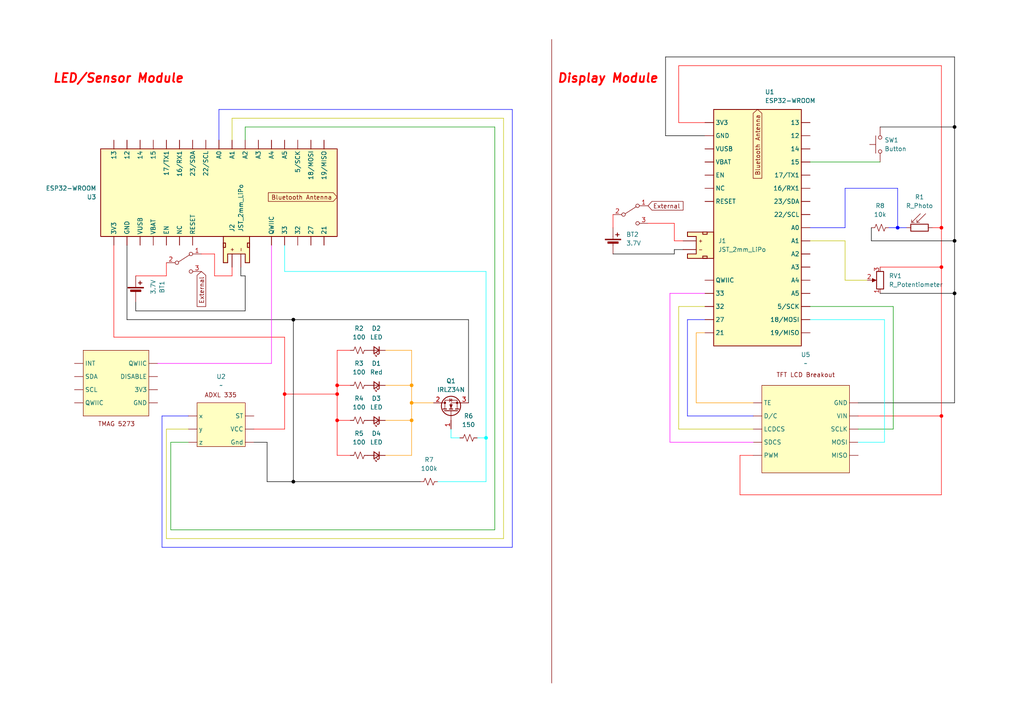
<source format=kicad_sch>
(kicad_sch
	(version 20250114)
	(generator "eeschema")
	(generator_version "9.0")
	(uuid "41cd1fbf-6c12-446d-8f5f-aeab74c2c721")
	(paper "A4")
	(title_block
		(title "Master Electrical Schematic")
		(date "2025-10-01")
		(rev "2.0")
		(company "Light-Breaker")
	)
	(lib_symbols
		(symbol "Device:Battery_Cell"
			(pin_numbers
				(hide yes)
			)
			(pin_names
				(offset 0)
				(hide yes)
			)
			(exclude_from_sim no)
			(in_bom yes)
			(on_board yes)
			(property "Reference" "BT"
				(at 2.54 2.54 0)
				(effects
					(font
						(size 1.27 1.27)
					)
					(justify left)
				)
			)
			(property "Value" "Battery_Cell"
				(at 2.54 0 0)
				(effects
					(font
						(size 1.27 1.27)
					)
					(justify left)
				)
			)
			(property "Footprint" ""
				(at 0 1.524 90)
				(effects
					(font
						(size 1.27 1.27)
					)
					(hide yes)
				)
			)
			(property "Datasheet" "~"
				(at 0 1.524 90)
				(effects
					(font
						(size 1.27 1.27)
					)
					(hide yes)
				)
			)
			(property "Description" "Single-cell battery"
				(at 0 0 0)
				(effects
					(font
						(size 1.27 1.27)
					)
					(hide yes)
				)
			)
			(property "ki_keywords" "battery cell"
				(at 0 0 0)
				(effects
					(font
						(size 1.27 1.27)
					)
					(hide yes)
				)
			)
			(symbol "Battery_Cell_0_1"
				(rectangle
					(start -2.286 1.778)
					(end 2.286 1.524)
					(stroke
						(width 0)
						(type default)
					)
					(fill
						(type outline)
					)
				)
				(rectangle
					(start -1.524 1.016)
					(end 1.524 0.508)
					(stroke
						(width 0)
						(type default)
					)
					(fill
						(type outline)
					)
				)
				(polyline
					(pts
						(xy 0 1.778) (xy 0 2.54)
					)
					(stroke
						(width 0)
						(type default)
					)
					(fill
						(type none)
					)
				)
				(polyline
					(pts
						(xy 0 0.762) (xy 0 0)
					)
					(stroke
						(width 0)
						(type default)
					)
					(fill
						(type none)
					)
				)
				(polyline
					(pts
						(xy 0.762 3.048) (xy 1.778 3.048)
					)
					(stroke
						(width 0.254)
						(type default)
					)
					(fill
						(type none)
					)
				)
				(polyline
					(pts
						(xy 1.27 3.556) (xy 1.27 2.54)
					)
					(stroke
						(width 0.254)
						(type default)
					)
					(fill
						(type none)
					)
				)
			)
			(symbol "Battery_Cell_1_1"
				(pin passive line
					(at 0 5.08 270)
					(length 2.54)
					(name "+"
						(effects
							(font
								(size 1.27 1.27)
							)
						)
					)
					(number "1"
						(effects
							(font
								(size 1.27 1.27)
							)
						)
					)
				)
				(pin passive line
					(at 0 -2.54 90)
					(length 2.54)
					(name "-"
						(effects
							(font
								(size 1.27 1.27)
							)
						)
					)
					(number "2"
						(effects
							(font
								(size 1.27 1.27)
							)
						)
					)
				)
			)
			(embedded_fonts no)
		)
		(symbol "Device:R_Photo"
			(pin_numbers
				(hide yes)
			)
			(pin_names
				(offset 0)
			)
			(exclude_from_sim no)
			(in_bom yes)
			(on_board yes)
			(property "Reference" "R"
				(at 1.27 1.27 0)
				(effects
					(font
						(size 1.27 1.27)
					)
					(justify left)
				)
			)
			(property "Value" "R_Photo"
				(at 1.27 0 0)
				(effects
					(font
						(size 1.27 1.27)
					)
					(justify left top)
				)
			)
			(property "Footprint" ""
				(at 1.27 -6.35 90)
				(effects
					(font
						(size 1.27 1.27)
					)
					(justify left)
					(hide yes)
				)
			)
			(property "Datasheet" "~"
				(at 0 -1.27 0)
				(effects
					(font
						(size 1.27 1.27)
					)
					(hide yes)
				)
			)
			(property "Description" "Photoresistor"
				(at 0 0 0)
				(effects
					(font
						(size 1.27 1.27)
					)
					(hide yes)
				)
			)
			(property "ki_keywords" "resistor variable light sensitive opto LDR"
				(at 0 0 0)
				(effects
					(font
						(size 1.27 1.27)
					)
					(hide yes)
				)
			)
			(property "ki_fp_filters" "*LDR* R?LDR*"
				(at 0 0 0)
				(effects
					(font
						(size 1.27 1.27)
					)
					(hide yes)
				)
			)
			(symbol "R_Photo_0_1"
				(polyline
					(pts
						(xy -1.524 -0.762) (xy -4.064 1.778)
					)
					(stroke
						(width 0)
						(type default)
					)
					(fill
						(type none)
					)
				)
				(polyline
					(pts
						(xy -1.524 -0.762) (xy -2.286 -0.762)
					)
					(stroke
						(width 0)
						(type default)
					)
					(fill
						(type none)
					)
				)
				(polyline
					(pts
						(xy -1.524 -0.762) (xy -1.524 0)
					)
					(stroke
						(width 0)
						(type default)
					)
					(fill
						(type none)
					)
				)
				(polyline
					(pts
						(xy -1.524 -2.286) (xy -4.064 0.254)
					)
					(stroke
						(width 0)
						(type default)
					)
					(fill
						(type none)
					)
				)
				(polyline
					(pts
						(xy -1.524 -2.286) (xy -2.286 -2.286)
					)
					(stroke
						(width 0)
						(type default)
					)
					(fill
						(type none)
					)
				)
				(polyline
					(pts
						(xy -1.524 -2.286) (xy -1.524 -1.524)
					)
					(stroke
						(width 0)
						(type default)
					)
					(fill
						(type none)
					)
				)
				(rectangle
					(start -1.016 2.54)
					(end 1.016 -2.54)
					(stroke
						(width 0.254)
						(type default)
					)
					(fill
						(type none)
					)
				)
			)
			(symbol "R_Photo_1_1"
				(pin passive line
					(at 0 3.81 270)
					(length 1.27)
					(name "~"
						(effects
							(font
								(size 1.27 1.27)
							)
						)
					)
					(number "1"
						(effects
							(font
								(size 1.27 1.27)
							)
						)
					)
				)
				(pin passive line
					(at 0 -3.81 90)
					(length 1.27)
					(name "~"
						(effects
							(font
								(size 1.27 1.27)
							)
						)
					)
					(number "2"
						(effects
							(font
								(size 1.27 1.27)
							)
						)
					)
				)
			)
			(embedded_fonts no)
		)
		(symbol "Device:R_Potentiometer"
			(pin_names
				(offset 1.016)
				(hide yes)
			)
			(exclude_from_sim no)
			(in_bom yes)
			(on_board yes)
			(property "Reference" "RV"
				(at -4.445 0 90)
				(effects
					(font
						(size 1.27 1.27)
					)
				)
			)
			(property "Value" "R_Potentiometer"
				(at -2.54 0 90)
				(effects
					(font
						(size 1.27 1.27)
					)
				)
			)
			(property "Footprint" ""
				(at 0 0 0)
				(effects
					(font
						(size 1.27 1.27)
					)
					(hide yes)
				)
			)
			(property "Datasheet" "~"
				(at 0 0 0)
				(effects
					(font
						(size 1.27 1.27)
					)
					(hide yes)
				)
			)
			(property "Description" "Potentiometer"
				(at 0 0 0)
				(effects
					(font
						(size 1.27 1.27)
					)
					(hide yes)
				)
			)
			(property "ki_keywords" "resistor variable"
				(at 0 0 0)
				(effects
					(font
						(size 1.27 1.27)
					)
					(hide yes)
				)
			)
			(property "ki_fp_filters" "Potentiometer*"
				(at 0 0 0)
				(effects
					(font
						(size 1.27 1.27)
					)
					(hide yes)
				)
			)
			(symbol "R_Potentiometer_0_1"
				(rectangle
					(start 1.016 2.54)
					(end -1.016 -2.54)
					(stroke
						(width 0.254)
						(type default)
					)
					(fill
						(type none)
					)
				)
				(polyline
					(pts
						(xy 1.143 0) (xy 2.286 0.508) (xy 2.286 -0.508) (xy 1.143 0)
					)
					(stroke
						(width 0)
						(type default)
					)
					(fill
						(type outline)
					)
				)
				(polyline
					(pts
						(xy 2.54 0) (xy 1.524 0)
					)
					(stroke
						(width 0)
						(type default)
					)
					(fill
						(type none)
					)
				)
			)
			(symbol "R_Potentiometer_1_1"
				(pin passive line
					(at 0 3.81 270)
					(length 1.27)
					(name "1"
						(effects
							(font
								(size 1.27 1.27)
							)
						)
					)
					(number "1"
						(effects
							(font
								(size 1.27 1.27)
							)
						)
					)
				)
				(pin passive line
					(at 0 -3.81 90)
					(length 1.27)
					(name "3"
						(effects
							(font
								(size 1.27 1.27)
							)
						)
					)
					(number "3"
						(effects
							(font
								(size 1.27 1.27)
							)
						)
					)
				)
				(pin passive line
					(at 3.81 0 180)
					(length 1.27)
					(name "2"
						(effects
							(font
								(size 1.27 1.27)
							)
						)
					)
					(number "2"
						(effects
							(font
								(size 1.27 1.27)
							)
						)
					)
				)
			)
			(embedded_fonts no)
		)
		(symbol "ESP32-WROOM_1"
			(exclude_from_sim no)
			(in_bom yes)
			(on_board yes)
			(property "Reference" "U3"
				(at 2.1433 36.83 0)
				(effects
					(font
						(size 1.27 1.27)
					)
					(justify left)
				)
			)
			(property "Value" "ESP32-WROOM"
				(at 2.1433 34.29 0)
				(effects
					(font
						(size 1.27 1.27)
					)
					(justify left)
				)
			)
			(property "Footprint" "SparkFun-RF:ESP32-WROOM-32D-DFM_Paste"
				(at 0 -52.07 0)
				(effects
					(font
						(size 1.27 1.27)
					)
					(hide yes)
				)
			)
			(property "Datasheet" "https://www.mouser.com/datasheet/2/891/esp32_wroom_32e_esp32_wroom_32ue_datasheet_en-1855879.pdf"
				(at 0 -54.61 0)
				(effects
					(font
						(size 1.27 1.27)
					)
					(hide yes)
				)
			)
			(property "Description" ""
				(at 0 0 0)
				(effects
					(font
						(size 1.27 1.27)
					)
					(hide yes)
				)
			)
			(property "PROD_ID" "IC-15676"
				(at -1.27 -57.15 0)
				(effects
					(font
						(size 1.27 1.27)
					)
					(hide yes)
				)
			)
			(property "ki_keywords" "SparkFun RF Radio Bluetooth BT ESP ESP32 Espressif onboard PCB antenna"
				(at 0 0 0)
				(effects
					(font
						(size 1.27 1.27)
					)
					(hide yes)
				)
			)
			(property "ki_fp_filters" "ESP32?WROOM?32*"
				(at 0 0 0)
				(effects
					(font
						(size 1.27 1.27)
					)
					(hide yes)
				)
			)
			(symbol "ESP32-WROOM_1_1_1"
				(rectangle
					(start -12.7 31.75)
					(end 12.7 -36.83)
					(stroke
						(width 0.254)
						(type default)
					)
					(fill
						(type background)
					)
				)
				(pin input line
					(at -15.24 27.94 0)
					(length 2.54)
					(name "3V3"
						(effects
							(font
								(size 1.27 1.27)
							)
						)
					)
					(number ""
						(effects
							(font
								(size 1.27 1.27)
							)
						)
					)
				)
				(pin output line
					(at -15.24 24.13 0)
					(length 2.54)
					(name "GND"
						(effects
							(font
								(size 1.27 1.27)
							)
						)
					)
					(number ""
						(effects
							(font
								(size 1.27 1.27)
							)
						)
					)
				)
				(pin input line
					(at -15.24 20.32 0)
					(length 2.54)
					(name "VUSB"
						(effects
							(font
								(size 1.27 1.27)
							)
						)
					)
					(number ""
						(effects
							(font
								(size 1.27 1.27)
							)
						)
					)
				)
				(pin input line
					(at -15.24 16.51 0)
					(length 2.54)
					(name "VBAT"
						(effects
							(font
								(size 1.27 1.27)
							)
						)
					)
					(number ""
						(effects
							(font
								(size 1.27 1.27)
							)
						)
					)
				)
				(pin input line
					(at -15.24 12.7 0)
					(length 2.54)
					(name "EN"
						(effects
							(font
								(size 1.27 1.27)
							)
						)
					)
					(number ""
						(effects
							(font
								(size 1.27 1.27)
							)
						)
					)
				)
				(pin input line
					(at -15.24 8.89 0)
					(length 2.54)
					(name "NC"
						(effects
							(font
								(size 1.27 1.27)
							)
						)
					)
					(number ""
						(effects
							(font
								(size 1.27 1.27)
							)
						)
					)
				)
				(pin input line
					(at -15.24 5.08 0)
					(length 2.54)
					(name "RESET"
						(effects
							(font
								(size 1.27 1.27)
							)
						)
					)
					(number ""
						(effects
							(font
								(size 1.27 1.27)
							)
						)
					)
				)
				(pin bidirectional line
					(at -15.24 -17.78 0)
					(length 2.54)
					(name "QWIIC"
						(effects
							(font
								(size 1.27 1.27)
							)
						)
					)
					(number ""
						(effects
							(font
								(size 1.27 1.27)
							)
						)
					)
				)
				(pin bidirectional line
					(at -15.24 -21.59 0)
					(length 2.54)
					(name "33"
						(effects
							(font
								(size 1.27 1.27)
							)
						)
					)
					(number ""
						(effects
							(font
								(size 1.27 1.27)
							)
						)
					)
				)
				(pin bidirectional line
					(at -15.24 -25.4 0)
					(length 2.54)
					(name "32"
						(effects
							(font
								(size 1.27 1.27)
							)
						)
					)
					(number ""
						(effects
							(font
								(size 1.27 1.27)
							)
						)
					)
				)
				(pin bidirectional line
					(at -15.24 -29.21 0)
					(length 2.54)
					(name "27"
						(effects
							(font
								(size 1.27 1.27)
							)
						)
					)
					(number ""
						(effects
							(font
								(size 1.27 1.27)
							)
						)
					)
				)
				(pin bidirectional line
					(at -15.24 -33.02 0)
					(length 2.54)
					(name "21"
						(effects
							(font
								(size 1.27 1.27)
							)
						)
					)
					(number ""
						(effects
							(font
								(size 1.27 1.27)
							)
						)
					)
				)
				(pin passive line
					(at 0 -39.37 90)
					(length 2.54)
					(hide yes)
					(name "GND"
						(effects
							(font
								(size 1.27 1.27)
							)
						)
					)
					(number "15"
						(effects
							(font
								(size 1.27 1.27)
							)
						)
					)
				)
				(pin passive line
					(at 0 -39.37 90)
					(length 2.54)
					(hide yes)
					(name "GND"
						(effects
							(font
								(size 1.27 1.27)
							)
						)
					)
					(number "38"
						(effects
							(font
								(size 1.27 1.27)
							)
						)
					)
				)
				(pin passive line
					(at 0 -39.37 90)
					(length 2.54)
					(hide yes)
					(name "GND"
						(effects
							(font
								(size 1.27 1.27)
							)
						)
					)
					(number "49.1"
						(effects
							(font
								(size 1.27 1.27)
							)
						)
					)
				)
				(pin passive line
					(at 0 -39.37 90)
					(length 2.54)
					(hide yes)
					(name "GND"
						(effects
							(font
								(size 1.27 1.27)
							)
						)
					)
					(number "49.2"
						(effects
							(font
								(size 1.27 1.27)
							)
						)
					)
				)
				(pin passive line
					(at 0 -39.37 90)
					(length 2.54)
					(hide yes)
					(name "GND"
						(effects
							(font
								(size 1.27 1.27)
							)
						)
					)
					(number "49.3"
						(effects
							(font
								(size 1.27 1.27)
							)
						)
					)
				)
				(pin passive line
					(at 0 -39.37 90)
					(length 2.54)
					(hide yes)
					(name "GND"
						(effects
							(font
								(size 1.27 1.27)
							)
						)
					)
					(number "49.4"
						(effects
							(font
								(size 1.27 1.27)
							)
						)
					)
				)
				(pin passive line
					(at 0 -39.37 90)
					(length 2.54)
					(hide yes)
					(name "GND"
						(effects
							(font
								(size 1.27 1.27)
							)
						)
					)
					(number "49.5"
						(effects
							(font
								(size 1.27 1.27)
							)
						)
					)
				)
				(pin passive line
					(at 0 -39.37 90)
					(length 2.54)
					(hide yes)
					(name "GND"
						(effects
							(font
								(size 1.27 1.27)
							)
						)
					)
					(number "49.6"
						(effects
							(font
								(size 1.27 1.27)
							)
						)
					)
				)
				(pin passive line
					(at 0 -39.37 90)
					(length 2.54)
					(hide yes)
					(name "GND"
						(effects
							(font
								(size 1.27 1.27)
							)
						)
					)
					(number "49.7"
						(effects
							(font
								(size 1.27 1.27)
							)
						)
					)
				)
				(pin passive line
					(at 0 -39.37 90)
					(length 2.54)
					(hide yes)
					(name "GND"
						(effects
							(font
								(size 1.27 1.27)
							)
						)
					)
					(number "49.8"
						(effects
							(font
								(size 1.27 1.27)
							)
						)
					)
				)
				(pin passive line
					(at 0 -39.37 90)
					(length 2.54)
					(hide yes)
					(name "GND"
						(effects
							(font
								(size 1.27 1.27)
							)
						)
					)
					(number "49.9"
						(effects
							(font
								(size 1.27 1.27)
							)
						)
					)
				)
				(pin bidirectional line
					(at 15.24 27.94 180)
					(length 2.54)
					(name "13"
						(effects
							(font
								(size 1.27 1.27)
							)
						)
					)
					(number ""
						(effects
							(font
								(size 1.27 1.27)
							)
						)
					)
				)
				(pin bidirectional line
					(at 15.24 24.13 180)
					(length 2.54)
					(name "12"
						(effects
							(font
								(size 1.27 1.27)
							)
						)
					)
					(number ""
						(effects
							(font
								(size 1.27 1.27)
							)
						)
					)
				)
				(pin bidirectional line
					(at 15.24 20.32 180)
					(length 2.54)
					(name "14"
						(effects
							(font
								(size 1.27 1.27)
							)
						)
					)
					(number ""
						(effects
							(font
								(size 1.27 1.27)
							)
						)
					)
				)
				(pin bidirectional line
					(at 15.24 16.51 180)
					(length 2.54)
					(name "15"
						(effects
							(font
								(size 1.27 1.27)
							)
						)
					)
					(number ""
						(effects
							(font
								(size 1.27 1.27)
							)
						)
					)
				)
				(pin output line
					(at 15.24 12.7 180)
					(length 2.54)
					(name "17/TX1"
						(effects
							(font
								(size 1.27 1.27)
							)
						)
					)
					(number ""
						(effects
							(font
								(size 1.27 1.27)
							)
						)
					)
				)
				(pin input line
					(at 15.24 8.89 180)
					(length 2.54)
					(name "16/RX1"
						(effects
							(font
								(size 1.27 1.27)
							)
						)
					)
					(number ""
						(effects
							(font
								(size 1.27 1.27)
							)
						)
					)
				)
				(pin bidirectional line
					(at 15.24 5.08 180)
					(length 2.54)
					(name "23/SDA"
						(effects
							(font
								(size 1.27 1.27)
							)
						)
					)
					(number ""
						(effects
							(font
								(size 1.27 1.27)
							)
						)
					)
				)
				(pin bidirectional line
					(at 15.24 1.27 180)
					(length 2.54)
					(name "22/SCL"
						(effects
							(font
								(size 1.27 1.27)
							)
						)
					)
					(number ""
						(effects
							(font
								(size 1.27 1.27)
							)
						)
					)
				)
				(pin input line
					(at 15.24 -2.54 180)
					(length 2.54)
					(name "A0"
						(effects
							(font
								(size 1.27 1.27)
							)
						)
					)
					(number ""
						(effects
							(font
								(size 1.27 1.27)
							)
						)
					)
				)
				(pin input line
					(at 15.24 -6.35 180)
					(length 2.54)
					(name "A1"
						(effects
							(font
								(size 1.27 1.27)
							)
						)
					)
					(number ""
						(effects
							(font
								(size 1.27 1.27)
							)
						)
					)
				)
				(pin input line
					(at 15.24 -10.16 180)
					(length 2.54)
					(name "A2"
						(effects
							(font
								(size 1.27 1.27)
							)
						)
					)
					(number ""
						(effects
							(font
								(size 1.27 1.27)
							)
						)
					)
				)
				(pin input line
					(at 15.24 -13.97 180)
					(length 2.54)
					(name "A3"
						(effects
							(font
								(size 1.27 1.27)
							)
						)
					)
					(number ""
						(effects
							(font
								(size 1.27 1.27)
							)
						)
					)
				)
				(pin input line
					(at 15.24 -17.78 180)
					(length 2.54)
					(name "A4"
						(effects
							(font
								(size 1.27 1.27)
							)
						)
					)
					(number ""
						(effects
							(font
								(size 1.27 1.27)
							)
						)
					)
				)
				(pin input line
					(at 15.24 -21.59 180)
					(length 2.54)
					(name "A5"
						(effects
							(font
								(size 1.27 1.27)
							)
						)
					)
					(number ""
						(effects
							(font
								(size 1.27 1.27)
							)
						)
					)
				)
				(pin input line
					(at 15.24 -25.4 180)
					(length 2.54)
					(name "5/SCK"
						(effects
							(font
								(size 1.27 1.27)
							)
						)
					)
					(number ""
						(effects
							(font
								(size 1.27 1.27)
							)
						)
					)
				)
				(pin input line
					(at 15.24 -29.21 180)
					(length 2.54)
					(name "18/MOSI"
						(effects
							(font
								(size 1.27 1.27)
							)
						)
					)
					(number ""
						(effects
							(font
								(size 1.27 1.27)
							)
						)
					)
				)
				(pin input line
					(at 15.24 -33.02 180)
					(length 2.54)
					(name "19/MISO"
						(effects
							(font
								(size 1.27 1.27)
							)
						)
					)
					(number ""
						(effects
							(font
								(size 1.27 1.27)
							)
						)
					)
				)
			)
			(embedded_fonts no)
		)
		(symbol "ESP32-WROOM_2"
			(exclude_from_sim no)
			(in_bom yes)
			(on_board yes)
			(property "Reference" "U3"
				(at 2.1433 36.83 0)
				(effects
					(font
						(size 1.27 1.27)
					)
					(justify left)
				)
			)
			(property "Value" "ESP32-WROOM"
				(at 2.1433 34.29 0)
				(effects
					(font
						(size 1.27 1.27)
					)
					(justify left)
				)
			)
			(property "Footprint" "SparkFun-RF:ESP32-WROOM-32D-DFM_Paste"
				(at 0 -52.07 0)
				(effects
					(font
						(size 1.27 1.27)
					)
					(hide yes)
				)
			)
			(property "Datasheet" "https://www.mouser.com/datasheet/2/891/esp32_wroom_32e_esp32_wroom_32ue_datasheet_en-1855879.pdf"
				(at 0 -54.61 0)
				(effects
					(font
						(size 1.27 1.27)
					)
					(hide yes)
				)
			)
			(property "Description" ""
				(at 0 0 0)
				(effects
					(font
						(size 1.27 1.27)
					)
					(hide yes)
				)
			)
			(property "PROD_ID" "IC-15676"
				(at -1.27 -57.15 0)
				(effects
					(font
						(size 1.27 1.27)
					)
					(hide yes)
				)
			)
			(property "ki_keywords" "SparkFun RF Radio Bluetooth BT ESP ESP32 Espressif onboard PCB antenna"
				(at 0 0 0)
				(effects
					(font
						(size 1.27 1.27)
					)
					(hide yes)
				)
			)
			(property "ki_fp_filters" "ESP32?WROOM?32*"
				(at 0 0 0)
				(effects
					(font
						(size 1.27 1.27)
					)
					(hide yes)
				)
			)
			(symbol "ESP32-WROOM_2_1_1"
				(rectangle
					(start -12.7 31.75)
					(end 12.7 -36.83)
					(stroke
						(width 0.254)
						(type default)
					)
					(fill
						(type background)
					)
				)
				(pin input line
					(at -15.24 27.94 0)
					(length 2.54)
					(name "3V3"
						(effects
							(font
								(size 1.27 1.27)
							)
						)
					)
					(number ""
						(effects
							(font
								(size 1.27 1.27)
							)
						)
					)
				)
				(pin output line
					(at -15.24 24.13 0)
					(length 2.54)
					(name "GND"
						(effects
							(font
								(size 1.27 1.27)
							)
						)
					)
					(number ""
						(effects
							(font
								(size 1.27 1.27)
							)
						)
					)
				)
				(pin input line
					(at -15.24 20.32 0)
					(length 2.54)
					(name "VUSB"
						(effects
							(font
								(size 1.27 1.27)
							)
						)
					)
					(number ""
						(effects
							(font
								(size 1.27 1.27)
							)
						)
					)
				)
				(pin input line
					(at -15.24 16.51 0)
					(length 2.54)
					(name "VBAT"
						(effects
							(font
								(size 1.27 1.27)
							)
						)
					)
					(number ""
						(effects
							(font
								(size 1.27 1.27)
							)
						)
					)
				)
				(pin input line
					(at -15.24 12.7 0)
					(length 2.54)
					(name "EN"
						(effects
							(font
								(size 1.27 1.27)
							)
						)
					)
					(number ""
						(effects
							(font
								(size 1.27 1.27)
							)
						)
					)
				)
				(pin input line
					(at -15.24 8.89 0)
					(length 2.54)
					(name "NC"
						(effects
							(font
								(size 1.27 1.27)
							)
						)
					)
					(number ""
						(effects
							(font
								(size 1.27 1.27)
							)
						)
					)
				)
				(pin input line
					(at -15.24 5.08 0)
					(length 2.54)
					(name "RESET"
						(effects
							(font
								(size 1.27 1.27)
							)
						)
					)
					(number ""
						(effects
							(font
								(size 1.27 1.27)
							)
						)
					)
				)
				(pin bidirectional line
					(at -15.24 -17.78 0)
					(length 2.54)
					(name "QWIIC"
						(effects
							(font
								(size 1.27 1.27)
							)
						)
					)
					(number ""
						(effects
							(font
								(size 1.27 1.27)
							)
						)
					)
				)
				(pin bidirectional line
					(at -15.24 -21.59 0)
					(length 2.54)
					(name "33"
						(effects
							(font
								(size 1.27 1.27)
							)
						)
					)
					(number ""
						(effects
							(font
								(size 1.27 1.27)
							)
						)
					)
				)
				(pin bidirectional line
					(at -15.24 -25.4 0)
					(length 2.54)
					(name "32"
						(effects
							(font
								(size 1.27 1.27)
							)
						)
					)
					(number ""
						(effects
							(font
								(size 1.27 1.27)
							)
						)
					)
				)
				(pin bidirectional line
					(at -15.24 -29.21 0)
					(length 2.54)
					(name "27"
						(effects
							(font
								(size 1.27 1.27)
							)
						)
					)
					(number ""
						(effects
							(font
								(size 1.27 1.27)
							)
						)
					)
				)
				(pin bidirectional line
					(at -15.24 -33.02 0)
					(length 2.54)
					(name "21"
						(effects
							(font
								(size 1.27 1.27)
							)
						)
					)
					(number ""
						(effects
							(font
								(size 1.27 1.27)
							)
						)
					)
				)
				(pin passive line
					(at 0 -39.37 90)
					(length 2.54)
					(hide yes)
					(name "GND"
						(effects
							(font
								(size 1.27 1.27)
							)
						)
					)
					(number "15"
						(effects
							(font
								(size 1.27 1.27)
							)
						)
					)
				)
				(pin passive line
					(at 0 -39.37 90)
					(length 2.54)
					(hide yes)
					(name "GND"
						(effects
							(font
								(size 1.27 1.27)
							)
						)
					)
					(number "38"
						(effects
							(font
								(size 1.27 1.27)
							)
						)
					)
				)
				(pin passive line
					(at 0 -39.37 90)
					(length 2.54)
					(hide yes)
					(name "GND"
						(effects
							(font
								(size 1.27 1.27)
							)
						)
					)
					(number "49.1"
						(effects
							(font
								(size 1.27 1.27)
							)
						)
					)
				)
				(pin passive line
					(at 0 -39.37 90)
					(length 2.54)
					(hide yes)
					(name "GND"
						(effects
							(font
								(size 1.27 1.27)
							)
						)
					)
					(number "49.2"
						(effects
							(font
								(size 1.27 1.27)
							)
						)
					)
				)
				(pin passive line
					(at 0 -39.37 90)
					(length 2.54)
					(hide yes)
					(name "GND"
						(effects
							(font
								(size 1.27 1.27)
							)
						)
					)
					(number "49.3"
						(effects
							(font
								(size 1.27 1.27)
							)
						)
					)
				)
				(pin passive line
					(at 0 -39.37 90)
					(length 2.54)
					(hide yes)
					(name "GND"
						(effects
							(font
								(size 1.27 1.27)
							)
						)
					)
					(number "49.4"
						(effects
							(font
								(size 1.27 1.27)
							)
						)
					)
				)
				(pin passive line
					(at 0 -39.37 90)
					(length 2.54)
					(hide yes)
					(name "GND"
						(effects
							(font
								(size 1.27 1.27)
							)
						)
					)
					(number "49.5"
						(effects
							(font
								(size 1.27 1.27)
							)
						)
					)
				)
				(pin passive line
					(at 0 -39.37 90)
					(length 2.54)
					(hide yes)
					(name "GND"
						(effects
							(font
								(size 1.27 1.27)
							)
						)
					)
					(number "49.6"
						(effects
							(font
								(size 1.27 1.27)
							)
						)
					)
				)
				(pin passive line
					(at 0 -39.37 90)
					(length 2.54)
					(hide yes)
					(name "GND"
						(effects
							(font
								(size 1.27 1.27)
							)
						)
					)
					(number "49.7"
						(effects
							(font
								(size 1.27 1.27)
							)
						)
					)
				)
				(pin passive line
					(at 0 -39.37 90)
					(length 2.54)
					(hide yes)
					(name "GND"
						(effects
							(font
								(size 1.27 1.27)
							)
						)
					)
					(number "49.8"
						(effects
							(font
								(size 1.27 1.27)
							)
						)
					)
				)
				(pin passive line
					(at 0 -39.37 90)
					(length 2.54)
					(hide yes)
					(name "GND"
						(effects
							(font
								(size 1.27 1.27)
							)
						)
					)
					(number "49.9"
						(effects
							(font
								(size 1.27 1.27)
							)
						)
					)
				)
				(pin bidirectional line
					(at 15.24 27.94 180)
					(length 2.54)
					(name "13"
						(effects
							(font
								(size 1.27 1.27)
							)
						)
					)
					(number ""
						(effects
							(font
								(size 1.27 1.27)
							)
						)
					)
				)
				(pin bidirectional line
					(at 15.24 24.13 180)
					(length 2.54)
					(name "12"
						(effects
							(font
								(size 1.27 1.27)
							)
						)
					)
					(number ""
						(effects
							(font
								(size 1.27 1.27)
							)
						)
					)
				)
				(pin bidirectional line
					(at 15.24 20.32 180)
					(length 2.54)
					(name "14"
						(effects
							(font
								(size 1.27 1.27)
							)
						)
					)
					(number ""
						(effects
							(font
								(size 1.27 1.27)
							)
						)
					)
				)
				(pin bidirectional line
					(at 15.24 16.51 180)
					(length 2.54)
					(name "15"
						(effects
							(font
								(size 1.27 1.27)
							)
						)
					)
					(number ""
						(effects
							(font
								(size 1.27 1.27)
							)
						)
					)
				)
				(pin output line
					(at 15.24 12.7 180)
					(length 2.54)
					(name "17/TX1"
						(effects
							(font
								(size 1.27 1.27)
							)
						)
					)
					(number ""
						(effects
							(font
								(size 1.27 1.27)
							)
						)
					)
				)
				(pin input line
					(at 15.24 8.89 180)
					(length 2.54)
					(name "16/RX1"
						(effects
							(font
								(size 1.27 1.27)
							)
						)
					)
					(number ""
						(effects
							(font
								(size 1.27 1.27)
							)
						)
					)
				)
				(pin bidirectional line
					(at 15.24 5.08 180)
					(length 2.54)
					(name "23/SDA"
						(effects
							(font
								(size 1.27 1.27)
							)
						)
					)
					(number ""
						(effects
							(font
								(size 1.27 1.27)
							)
						)
					)
				)
				(pin bidirectional line
					(at 15.24 1.27 180)
					(length 2.54)
					(name "22/SCL"
						(effects
							(font
								(size 1.27 1.27)
							)
						)
					)
					(number ""
						(effects
							(font
								(size 1.27 1.27)
							)
						)
					)
				)
				(pin input line
					(at 15.24 -2.54 180)
					(length 2.54)
					(name "A0"
						(effects
							(font
								(size 1.27 1.27)
							)
						)
					)
					(number ""
						(effects
							(font
								(size 1.27 1.27)
							)
						)
					)
				)
				(pin input line
					(at 15.24 -6.35 180)
					(length 2.54)
					(name "A1"
						(effects
							(font
								(size 1.27 1.27)
							)
						)
					)
					(number ""
						(effects
							(font
								(size 1.27 1.27)
							)
						)
					)
				)
				(pin input line
					(at 15.24 -10.16 180)
					(length 2.54)
					(name "A2"
						(effects
							(font
								(size 1.27 1.27)
							)
						)
					)
					(number ""
						(effects
							(font
								(size 1.27 1.27)
							)
						)
					)
				)
				(pin input line
					(at 15.24 -13.97 180)
					(length 2.54)
					(name "A3"
						(effects
							(font
								(size 1.27 1.27)
							)
						)
					)
					(number ""
						(effects
							(font
								(size 1.27 1.27)
							)
						)
					)
				)
				(pin input line
					(at 15.24 -17.78 180)
					(length 2.54)
					(name "A4"
						(effects
							(font
								(size 1.27 1.27)
							)
						)
					)
					(number ""
						(effects
							(font
								(size 1.27 1.27)
							)
						)
					)
				)
				(pin input line
					(at 15.24 -21.59 180)
					(length 2.54)
					(name "A5"
						(effects
							(font
								(size 1.27 1.27)
							)
						)
					)
					(number ""
						(effects
							(font
								(size 1.27 1.27)
							)
						)
					)
				)
				(pin input line
					(at 15.24 -25.4 180)
					(length 2.54)
					(name "5/SCK"
						(effects
							(font
								(size 1.27 1.27)
							)
						)
					)
					(number ""
						(effects
							(font
								(size 1.27 1.27)
							)
						)
					)
				)
				(pin input line
					(at 15.24 -29.21 180)
					(length 2.54)
					(name "18/MOSI"
						(effects
							(font
								(size 1.27 1.27)
							)
						)
					)
					(number ""
						(effects
							(font
								(size 1.27 1.27)
							)
						)
					)
				)
				(pin input line
					(at 15.24 -33.02 180)
					(length 2.54)
					(name "19/MISO"
						(effects
							(font
								(size 1.27 1.27)
							)
						)
					)
					(number ""
						(effects
							(font
								(size 1.27 1.27)
							)
						)
					)
				)
			)
			(embedded_fonts no)
		)
		(symbol "Reactice_Brake_Light_Library:ADXL335_"
			(exclude_from_sim no)
			(in_bom yes)
			(on_board yes)
			(property "Reference" "U2"
				(at 0.635 13.97 0)
				(effects
					(font
						(size 1.27 1.27)
					)
				)
			)
			(property "Value" "~"
				(at 0.635 11.43 0)
				(effects
					(font
						(size 1.27 1.27)
					)
				)
			)
			(property "Footprint" ""
				(at 0 0 0)
				(effects
					(font
						(size 1.27 1.27)
					)
					(hide yes)
				)
			)
			(property "Datasheet" ""
				(at 0 0 0)
				(effects
					(font
						(size 1.27 1.27)
					)
					(hide yes)
				)
			)
			(property "Description" ""
				(at 0 0 0)
				(effects
					(font
						(size 1.27 1.27)
					)
					(hide yes)
				)
			)
			(symbol "ADXL335__1_1"
				(rectangle
					(start -6.35 6.35)
					(end 7.62 -6.35)
					(stroke
						(width 0)
						(type solid)
					)
					(fill
						(type background)
					)
				)
				(text "ADXL 335"
					(at 0.508 8.636 0)
					(effects
						(font
							(size 1.27 1.27)
						)
					)
				)
				(pin output line
					(at -8.89 2.54 0)
					(length 2.54)
					(name "x"
						(effects
							(font
								(size 1.27 1.27)
							)
						)
					)
					(number ""
						(effects
							(font
								(size 1.27 1.27)
							)
						)
					)
				)
				(pin output line
					(at -8.89 -1.27 0)
					(length 2.54)
					(name "y"
						(effects
							(font
								(size 1.27 1.27)
							)
						)
					)
					(number ""
						(effects
							(font
								(size 1.27 1.27)
							)
						)
					)
				)
				(pin output line
					(at -8.89 -5.08 0)
					(length 2.54)
					(name "z"
						(effects
							(font
								(size 1.27 1.27)
							)
						)
					)
					(number ""
						(effects
							(font
								(size 1.27 1.27)
							)
						)
					)
				)
				(pin output line
					(at 10.16 2.54 180)
					(length 2.54)
					(name "ST"
						(effects
							(font
								(size 1.27 1.27)
							)
						)
					)
					(number ""
						(effects
							(font
								(size 1.27 1.27)
							)
						)
					)
				)
				(pin input line
					(at 10.16 -1.27 180)
					(length 2.54)
					(name "VCC"
						(effects
							(font
								(size 1.27 1.27)
							)
						)
					)
					(number ""
						(effects
							(font
								(size 1.27 1.27)
							)
						)
					)
				)
				(pin output line
					(at 10.16 -5.08 180)
					(length 2.54)
					(name "Gnd"
						(effects
							(font
								(size 1.27 1.27)
							)
						)
					)
					(number ""
						(effects
							(font
								(size 1.27 1.27)
							)
						)
					)
				)
			)
			(embedded_fonts no)
		)
		(symbol "Reactice_Brake_Light_Library:TFT_LCD_Breakout"
			(exclude_from_sim no)
			(in_bom yes)
			(on_board yes)
			(property "Reference" "U"
				(at 0 0 0)
				(effects
					(font
						(size 1.27 1.27)
					)
				)
			)
			(property "Value" ""
				(at 0 0 0)
				(effects
					(font
						(size 1.27 1.27)
					)
				)
			)
			(property "Footprint" ""
				(at 0 0 0)
				(effects
					(font
						(size 1.27 1.27)
					)
					(hide yes)
				)
			)
			(property "Datasheet" ""
				(at 0 0 0)
				(effects
					(font
						(size 1.27 1.27)
					)
					(hide yes)
				)
			)
			(property "Description" ""
				(at 0 0 0)
				(effects
					(font
						(size 1.27 1.27)
					)
					(hide yes)
				)
			)
			(symbol "TFT_LCD_Breakout_1_1"
				(rectangle
					(start -12.7 12.7)
					(end 12.7 -12.7)
					(stroke
						(width 0)
						(type solid)
					)
					(fill
						(type background)
					)
				)
				(text "TFT LCD Breakout"
					(at 0 15.748 0)
					(effects
						(font
							(size 1.27 1.27)
						)
					)
				)
				(pin input line
					(at -15.24 7.62 0)
					(length 2.54)
					(name "TE"
						(effects
							(font
								(size 1.27 1.27)
							)
						)
					)
					(number ""
						(effects
							(font
								(size 1.27 1.27)
							)
						)
					)
				)
				(pin bidirectional line
					(at -15.24 3.81 0)
					(length 2.54)
					(name "D/C"
						(effects
							(font
								(size 1.27 1.27)
							)
						)
					)
					(number ""
						(effects
							(font
								(size 1.27 1.27)
							)
						)
					)
				)
				(pin bidirectional line
					(at -15.24 0 0)
					(length 2.54)
					(name "LCDCS"
						(effects
							(font
								(size 1.27 1.27)
							)
						)
					)
					(number ""
						(effects
							(font
								(size 1.27 1.27)
							)
						)
					)
				)
				(pin bidirectional line
					(at -15.24 -3.81 0)
					(length 2.54)
					(name "SDCS"
						(effects
							(font
								(size 1.27 1.27)
							)
						)
					)
					(number ""
						(effects
							(font
								(size 1.27 1.27)
							)
						)
					)
				)
				(pin input line
					(at -15.24 -7.62 0)
					(length 2.54)
					(name "PWM"
						(effects
							(font
								(size 1.27 1.27)
							)
						)
					)
					(number ""
						(effects
							(font
								(size 1.27 1.27)
							)
						)
					)
				)
				(pin output line
					(at 15.24 7.62 180)
					(length 2.54)
					(name "GND"
						(effects
							(font
								(size 1.27 1.27)
							)
						)
					)
					(number ""
						(effects
							(font
								(size 1.27 1.27)
							)
						)
					)
				)
				(pin input line
					(at 15.24 3.81 180)
					(length 2.54)
					(name "VIN"
						(effects
							(font
								(size 1.27 1.27)
							)
						)
					)
					(number ""
						(effects
							(font
								(size 1.27 1.27)
							)
						)
					)
				)
				(pin input line
					(at 15.24 0 180)
					(length 2.54)
					(name "SCLK"
						(effects
							(font
								(size 1.27 1.27)
							)
						)
					)
					(number ""
						(effects
							(font
								(size 1.27 1.27)
							)
						)
					)
				)
				(pin input line
					(at 15.24 -3.81 180)
					(length 2.54)
					(name "MOSI"
						(effects
							(font
								(size 1.27 1.27)
							)
						)
					)
					(number ""
						(effects
							(font
								(size 1.27 1.27)
							)
						)
					)
				)
				(pin input line
					(at 15.24 -7.62 180)
					(length 2.54)
					(name "MISO"
						(effects
							(font
								(size 1.27 1.27)
							)
						)
					)
					(number ""
						(effects
							(font
								(size 1.27 1.27)
							)
						)
					)
				)
			)
			(embedded_fonts no)
		)
		(symbol "Reactice_Brake_Light_Library:TMAG5273"
			(exclude_from_sim no)
			(in_bom yes)
			(on_board yes)
			(property "Reference" "U"
				(at 3.302 -2.032 0)
				(effects
					(font
						(size 1.27 1.27)
					)
				)
			)
			(property "Value" ""
				(at 0 0 0)
				(effects
					(font
						(size 1.27 1.27)
					)
				)
			)
			(property "Footprint" ""
				(at 0 0 0)
				(effects
					(font
						(size 1.27 1.27)
					)
					(hide yes)
				)
			)
			(property "Datasheet" ""
				(at 0 0 0)
				(effects
					(font
						(size 1.27 1.27)
					)
					(hide yes)
				)
			)
			(property "Description" ""
				(at 0 0 0)
				(effects
					(font
						(size 1.27 1.27)
					)
					(hide yes)
				)
			)
			(symbol "TMAG5273_1_1"
				(rectangle
					(start -6.35 6.35)
					(end 12.7 -12.7)
					(stroke
						(width 0)
						(type solid)
					)
					(fill
						(type background)
					)
				)
				(text "TMAG 5273"
					(at 3.048 8.636 0)
					(effects
						(font
							(size 1.27 1.27)
						)
					)
				)
				(pin output line
					(at -8.89 2.54 0)
					(length 2.54)
					(name "GND"
						(effects
							(font
								(size 1.27 1.27)
							)
						)
					)
					(number ""
						(effects
							(font
								(size 1.27 1.27)
							)
						)
					)
				)
				(pin input line
					(at -8.89 -1.27 0)
					(length 2.54)
					(name "3V3"
						(effects
							(font
								(size 1.27 1.27)
							)
						)
					)
					(number ""
						(effects
							(font
								(size 1.27 1.27)
							)
						)
					)
				)
				(pin input line
					(at -8.89 -5.08 0)
					(length 2.54)
					(name "DISABLE"
						(effects
							(font
								(size 1.27 1.27)
							)
						)
					)
					(number ""
						(effects
							(font
								(size 1.27 1.27)
							)
						)
					)
				)
				(pin bidirectional line
					(at -8.89 -8.89 0)
					(length 2.54)
					(name "QWIIC"
						(effects
							(font
								(size 1.27 1.27)
							)
						)
					)
					(number ""
						(effects
							(font
								(size 1.27 1.27)
							)
						)
					)
				)
				(pin bidirectional line
					(at 15.24 2.54 180)
					(length 2.54)
					(name "QWIIC"
						(effects
							(font
								(size 1.27 1.27)
							)
						)
					)
					(number ""
						(effects
							(font
								(size 1.27 1.27)
							)
						)
					)
				)
				(pin bidirectional line
					(at 15.24 -1.27 180)
					(length 2.54)
					(name "SCL"
						(effects
							(font
								(size 1.27 1.27)
							)
						)
					)
					(number ""
						(effects
							(font
								(size 1.27 1.27)
							)
						)
					)
				)
				(pin bidirectional line
					(at 15.24 -5.08 180)
					(length 2.54)
					(name "SDA"
						(effects
							(font
								(size 1.27 1.27)
							)
						)
					)
					(number ""
						(effects
							(font
								(size 1.27 1.27)
							)
						)
					)
				)
				(pin output line
					(at 15.24 -8.89 180)
					(length 2.54)
					(name "INT"
						(effects
							(font
								(size 1.27 1.27)
							)
						)
					)
					(number ""
						(effects
							(font
								(size 1.27 1.27)
							)
						)
					)
				)
			)
			(embedded_fonts no)
		)
		(symbol "SparkFun-Connector:Conn_01x02_JST_P2.0mm_Horizontal_SMD_LiPo"
			(pin_numbers
				(hide yes)
			)
			(pin_names
				(offset 1.016)
				(hide yes)
			)
			(exclude_from_sim no)
			(in_bom yes)
			(on_board yes)
			(property "Reference" "J"
				(at 0 5.08 0)
				(effects
					(font
						(size 1.27 1.27)
					)
				)
			)
			(property "Value" "JST_2mm_LiPo"
				(at 0 -8.89 0)
				(effects
					(font
						(size 1.27 1.27)
					)
				)
			)
			(property "Footprint" "SparkFun-Connector:JST_1x02_P2.0mm_Horizontal_SMD"
				(at 0 -11.43 0)
				(effects
					(font
						(size 1.27 1.27)
					)
					(hide yes)
				)
			)
			(property "Datasheet" "~"
				(at 0 -13.97 0)
				(effects
					(font
						(size 1.27 1.27)
					)
					(hide yes)
				)
			)
			(property "Description" "2 Pin 2mm JST Battery Connector"
				(at 0 -19.05 0)
				(effects
					(font
						(size 1.27 1.27)
					)
					(hide yes)
				)
			)
			(property "PROD_ID" "CONN-11443"
				(at 0 -16.51 0)
				(effects
					(font
						(size 1.27 1.27)
					)
					(hide yes)
				)
			)
			(property "ki_keywords" "SparkFun connector"
				(at 0 0 0)
				(effects
					(font
						(size 1.27 1.27)
					)
					(hide yes)
				)
			)
			(property "ki_fp_filters" "Connector*:*_1x??_*"
				(at 0 0 0)
				(effects
					(font
						(size 1.27 1.27)
					)
					(hide yes)
				)
			)
			(symbol "Conn_01x02_JST_P2.0mm_Horizontal_SMD_LiPo_1_1"
				(polyline
					(pts
						(xy -1.27 1.27) (xy -3.81 1.27) (xy -3.81 2.54) (xy 3.81 2.54) (xy 3.81 -5.08) (xy -3.81 -5.08)
						(xy -3.81 -3.81) (xy -1.27 -3.81) (xy -1.27 1.27)
					)
					(stroke
						(width 0.254)
						(type default)
					)
					(fill
						(type background)
					)
				)
				(rectangle
					(start 0.635 2.54)
					(end 1.905 1.905)
					(stroke
						(width 0.254)
						(type default)
					)
					(fill
						(type none)
					)
				)
				(rectangle
					(start 0.635 -4.445)
					(end 1.905 -5.08)
					(stroke
						(width 0.254)
						(type default)
					)
					(fill
						(type none)
					)
				)
				(text "+"
					(at 0 0 0)
					(effects
						(font
							(size 1 1)
						)
					)
				)
				(text "-"
					(at 0 -2.54 0)
					(effects
						(font
							(size 1 1)
						)
					)
				)
				(pin passive line
					(at -5.08 0 0)
					(length 3.81)
					(name "+"
						(effects
							(font
								(size 1.27 1.27)
							)
						)
					)
					(number "2"
						(effects
							(font
								(size 1.27 1.27)
							)
						)
					)
				)
				(pin passive line
					(at -5.08 -2.54 0)
					(length 3.81)
					(name "-"
						(effects
							(font
								(size 1.27 1.27)
							)
						)
					)
					(number "1"
						(effects
							(font
								(size 1.27 1.27)
							)
						)
					)
				)
				(pin no_connect line
					(at 1.27 1.27 0)
					(length 2.54)
					(hide yes)
					(name "NC2"
						(effects
							(font
								(size 1.27 1.27)
							)
						)
					)
					(number "NC2"
						(effects
							(font
								(size 1.27 1.27)
							)
						)
					)
				)
				(pin no_connect line
					(at 1.27 -3.81 0)
					(length 2.54)
					(hide yes)
					(name "NC1"
						(effects
							(font
								(size 1.27 1.27)
							)
						)
					)
					(number "NC1"
						(effects
							(font
								(size 1.27 1.27)
							)
						)
					)
				)
			)
			(embedded_fonts no)
		)
		(symbol "SparkFun-LED:LED"
			(pin_numbers
				(hide yes)
			)
			(pin_names
				(offset 1.016)
				(hide yes)
			)
			(exclude_from_sim no)
			(in_bom yes)
			(on_board yes)
			(property "Reference" "D"
				(at 0 2.54 0)
				(effects
					(font
						(size 1.27 1.27)
					)
				)
			)
			(property "Value" "LED"
				(at 0 -2.54 0)
				(effects
					(font
						(size 1.27 1.27)
					)
				)
			)
			(property "Footprint" "SparkFun-LED:LED_0603_1608Metric"
				(at 0 -5.08 0)
				(effects
					(font
						(size 1.27 1.27)
					)
					(hide yes)
				)
			)
			(property "Datasheet" "~"
				(at 0 -7.62 0)
				(effects
					(font
						(size 1.27 1.27)
					)
					(hide yes)
				)
			)
			(property "Description" "Light emitting diode"
				(at 0 -12.7 0)
				(effects
					(font
						(size 1.27 1.27)
					)
					(hide yes)
				)
			)
			(property "PROD_ID" "LED-"
				(at 0 -10.16 0)
				(effects
					(font
						(size 1.27 1.27)
					)
					(hide yes)
				)
			)
			(property "ki_keywords" "SparkFun LED diode"
				(at 0 0 0)
				(effects
					(font
						(size 1.27 1.27)
					)
					(hide yes)
				)
			)
			(property "ki_fp_filters" "LED* LED_SMD:* LED_THT:*"
				(at 0 0 0)
				(effects
					(font
						(size 1.27 1.27)
					)
					(hide yes)
				)
			)
			(symbol "LED_0_1"
				(polyline
					(pts
						(xy -0.762 -1.016) (xy -0.762 1.016)
					)
					(stroke
						(width 0.254)
						(type default)
					)
					(fill
						(type none)
					)
				)
				(polyline
					(pts
						(xy 0 0.762) (xy -0.508 1.27) (xy -0.254 1.27) (xy -0.508 1.27) (xy -0.508 1.016)
					)
					(stroke
						(width 0)
						(type default)
					)
					(fill
						(type none)
					)
				)
				(polyline
					(pts
						(xy 0.508 1.27) (xy 0 1.778) (xy 0.254 1.778) (xy 0 1.778) (xy 0 1.524)
					)
					(stroke
						(width 0)
						(type default)
					)
					(fill
						(type none)
					)
				)
				(polyline
					(pts
						(xy 0.762 -1.016) (xy -0.762 0) (xy 0.762 1.016) (xy 0.762 -1.016)
					)
					(stroke
						(width 0.254)
						(type default)
					)
					(fill
						(type none)
					)
				)
				(polyline
					(pts
						(xy 1.016 0) (xy -0.762 0)
					)
					(stroke
						(width 0)
						(type default)
					)
					(fill
						(type none)
					)
				)
			)
			(symbol "LED_1_1"
				(pin passive line
					(at -2.54 0 0)
					(length 1.778)
					(name "K"
						(effects
							(font
								(size 1.27 1.27)
							)
						)
					)
					(number "1"
						(effects
							(font
								(size 1.27 1.27)
							)
						)
					)
				)
				(pin passive line
					(at 2.54 0 180)
					(length 1.778)
					(name "A"
						(effects
							(font
								(size 1.27 1.27)
							)
						)
					)
					(number "2"
						(effects
							(font
								(size 1.27 1.27)
							)
						)
					)
				)
			)
			(embedded_fonts no)
		)
		(symbol "SparkFun-LED:LED_Red_5mm_PTH_NoSilk"
			(pin_numbers
				(hide yes)
			)
			(pin_names
				(offset 1.016)
				(hide yes)
			)
			(exclude_from_sim no)
			(in_bom yes)
			(on_board yes)
			(property "Reference" "D"
				(at 0 2.54 0)
				(effects
					(font
						(size 1.27 1.27)
					)
				)
			)
			(property "Value" "Red"
				(at 0 -2.54 0)
				(effects
					(font
						(size 1.27 1.27)
					)
				)
			)
			(property "Footprint" "SparkFun-LED:LED_5mm_PTH_Red_NoSilk"
				(at 0 -5.08 0)
				(effects
					(font
						(size 1.27 1.27)
					)
					(hide yes)
				)
			)
			(property "Datasheet" "https://cdn.sparkfun.com/assets/e/c/e/c/5/COM-09590-YSL-R531R3D-D2.pdf"
				(at 0 -10.16 0)
				(effects
					(font
						(size 1.27 1.27)
					)
					(hide yes)
				)
			)
			(property "Description" "Light emitting diode PTH 5mm diameter"
				(at 0 -12.7 0)
				(effects
					(font
						(size 1.27 1.27)
					)
					(hide yes)
				)
			)
			(property "PROD_ID" "DIO-09529"
				(at 0 -7.62 0)
				(effects
					(font
						(size 1.27 1.27)
					)
					(hide yes)
				)
			)
			(property "ki_keywords" "SparkFun LED diode"
				(at 0 0 0)
				(effects
					(font
						(size 1.27 1.27)
					)
					(hide yes)
				)
			)
			(property "ki_fp_filters" "LED* LED_SMD:* LED_THT:*"
				(at 0 0 0)
				(effects
					(font
						(size 1.27 1.27)
					)
					(hide yes)
				)
			)
			(symbol "LED_Red_5mm_PTH_NoSilk_0_1"
				(polyline
					(pts
						(xy -0.762 -1.016) (xy -0.762 1.016)
					)
					(stroke
						(width 0.254)
						(type default)
					)
					(fill
						(type none)
					)
				)
				(polyline
					(pts
						(xy 0 0.762) (xy -0.508 1.27) (xy -0.254 1.27) (xy -0.508 1.27) (xy -0.508 1.016)
					)
					(stroke
						(width 0)
						(type default)
					)
					(fill
						(type none)
					)
				)
				(polyline
					(pts
						(xy 0.508 1.27) (xy 0 1.778) (xy 0.254 1.778) (xy 0 1.778) (xy 0 1.524)
					)
					(stroke
						(width 0)
						(type default)
					)
					(fill
						(type none)
					)
				)
				(polyline
					(pts
						(xy 0.762 -1.016) (xy -0.762 0) (xy 0.762 1.016) (xy 0.762 -1.016)
					)
					(stroke
						(width 0.254)
						(type default)
					)
					(fill
						(type none)
					)
				)
				(polyline
					(pts
						(xy 1.016 0) (xy -0.762 0)
					)
					(stroke
						(width 0)
						(type default)
					)
					(fill
						(type none)
					)
				)
			)
			(symbol "LED_Red_5mm_PTH_NoSilk_1_1"
				(pin passive line
					(at -2.54 0 0)
					(length 1.778)
					(name "K"
						(effects
							(font
								(size 1.27 1.27)
							)
						)
					)
					(number "1"
						(effects
							(font
								(size 1.27 1.27)
							)
						)
					)
				)
				(pin passive line
					(at 2.54 0 180)
					(length 1.778)
					(name "A"
						(effects
							(font
								(size 1.27 1.27)
							)
						)
					)
					(number "2"
						(effects
							(font
								(size 1.27 1.27)
							)
						)
					)
				)
			)
			(embedded_fonts no)
		)
		(symbol "SparkFun-Resistor:100_0402"
			(pin_numbers
				(hide yes)
			)
			(pin_names
				(offset 0)
			)
			(exclude_from_sim no)
			(in_bom yes)
			(on_board yes)
			(property "Reference" "R"
				(at 0 -2.54 0)
				(effects
					(font
						(size 1.27 1.27)
					)
				)
			)
			(property "Value" "100"
				(at 0 2.54 0)
				(effects
					(font
						(size 1.27 1.27)
					)
				)
			)
			(property "Footprint" "SparkFun-Resistor:R_0402_1005Metric"
				(at 0 -4.318 0)
				(effects
					(font
						(size 1.27 1.27)
					)
					(hide yes)
				)
			)
			(property "Datasheet" "https://www.vishay.com/docs/20035/dcrcwe3.pdf"
				(at 0 -8.89 0)
				(effects
					(font
						(size 1.27 1.27)
					)
					(hide yes)
				)
			)
			(property "Description" "Resistor"
				(at 0 -11.43 0)
				(effects
					(font
						(size 1.27 1.27)
					)
					(hide yes)
				)
			)
			(property "PROD_ID" "RES-25568"
				(at 0 -6.35 0)
				(effects
					(font
						(size 1.27 1.27)
					)
					(hide yes)
				)
			)
			(property "ki_keywords" "SparkFun R res resistor"
				(at 0 0 0)
				(effects
					(font
						(size 1.27 1.27)
					)
					(hide yes)
				)
			)
			(property "ki_fp_filters" "R_*"
				(at 0 0 0)
				(effects
					(font
						(size 1.27 1.27)
					)
					(hide yes)
				)
			)
			(symbol "100_0402_0_1"
				(polyline
					(pts
						(xy -1.524 0) (xy -1.143 1.016) (xy -0.762 0) (xy -0.381 -1.016) (xy 0 0)
					)
					(stroke
						(width 0)
						(type default)
					)
					(fill
						(type none)
					)
				)
				(polyline
					(pts
						(xy 0 0) (xy 0.381 1.016) (xy 0.762 0) (xy 1.143 -1.016) (xy 1.524 0)
					)
					(stroke
						(width 0)
						(type default)
					)
					(fill
						(type none)
					)
				)
			)
			(symbol "100_0402_1_1"
				(pin passive line
					(at -2.54 0 0)
					(length 1.016)
					(name "~"
						(effects
							(font
								(size 1.27 1.27)
							)
						)
					)
					(number "1"
						(effects
							(font
								(size 1.27 1.27)
							)
						)
					)
				)
				(pin passive line
					(at 2.54 0 180)
					(length 1.016)
					(name "~"
						(effects
							(font
								(size 1.27 1.27)
							)
						)
					)
					(number "2"
						(effects
							(font
								(size 1.27 1.27)
							)
						)
					)
				)
			)
			(embedded_fonts no)
		)
		(symbol "SparkFun-Resistor:100k_0402"
			(pin_numbers
				(hide yes)
			)
			(pin_names
				(offset 0)
			)
			(exclude_from_sim no)
			(in_bom yes)
			(on_board yes)
			(property "Reference" "R"
				(at 0 -2.54 0)
				(effects
					(font
						(size 1.27 1.27)
					)
				)
			)
			(property "Value" "100k"
				(at 0 2.54 0)
				(effects
					(font
						(size 1.27 1.27)
					)
				)
			)
			(property "Footprint" "SparkFun-Resistor:R_0402_1005Metric"
				(at 0 -4.318 0)
				(effects
					(font
						(size 1.27 1.27)
					)
					(hide yes)
				)
			)
			(property "Datasheet" "https://www.vishay.com/docs/20035/dcrcwe3.pdf"
				(at 0 -8.89 0)
				(effects
					(font
						(size 1.27 1.27)
					)
					(hide yes)
				)
			)
			(property "Description" "Resistor"
				(at 0 -11.43 0)
				(effects
					(font
						(size 1.27 1.27)
					)
					(hide yes)
				)
			)
			(property "PROD_ID" "RES-25013"
				(at 0 -6.35 0)
				(effects
					(font
						(size 1.27 1.27)
					)
					(hide yes)
				)
			)
			(property "ki_keywords" "SparkFun R res resistor"
				(at 0 0 0)
				(effects
					(font
						(size 1.27 1.27)
					)
					(hide yes)
				)
			)
			(property "ki_fp_filters" "R_*"
				(at 0 0 0)
				(effects
					(font
						(size 1.27 1.27)
					)
					(hide yes)
				)
			)
			(symbol "100k_0402_0_1"
				(polyline
					(pts
						(xy -1.524 0) (xy -1.143 1.016) (xy -0.762 0) (xy -0.381 -1.016) (xy 0 0)
					)
					(stroke
						(width 0)
						(type default)
					)
					(fill
						(type none)
					)
				)
				(polyline
					(pts
						(xy 0 0) (xy 0.381 1.016) (xy 0.762 0) (xy 1.143 -1.016) (xy 1.524 0)
					)
					(stroke
						(width 0)
						(type default)
					)
					(fill
						(type none)
					)
				)
			)
			(symbol "100k_0402_1_1"
				(pin passive line
					(at -2.54 0 0)
					(length 1.016)
					(name "~"
						(effects
							(font
								(size 1.27 1.27)
							)
						)
					)
					(number "1"
						(effects
							(font
								(size 1.27 1.27)
							)
						)
					)
				)
				(pin passive line
					(at 2.54 0 180)
					(length 1.016)
					(name "~"
						(effects
							(font
								(size 1.27 1.27)
							)
						)
					)
					(number "2"
						(effects
							(font
								(size 1.27 1.27)
							)
						)
					)
				)
			)
			(embedded_fonts no)
		)
		(symbol "SparkFun-Resistor:10k_0402"
			(pin_numbers
				(hide yes)
			)
			(pin_names
				(offset 0)
			)
			(exclude_from_sim no)
			(in_bom yes)
			(on_board yes)
			(property "Reference" "R"
				(at 0 -2.54 0)
				(effects
					(font
						(size 1.27 1.27)
					)
				)
			)
			(property "Value" "10k"
				(at 0 2.54 0)
				(effects
					(font
						(size 1.27 1.27)
					)
				)
			)
			(property "Footprint" "SparkFun-Resistor:R_0402_1005Metric"
				(at 0 -3.81 0)
				(effects
					(font
						(size 1.27 1.27)
					)
					(hide yes)
				)
			)
			(property "Datasheet" "https://www.vishay.com/docs/20035/dcrcwe3.pdf"
				(at 0 -8.89 0)
				(effects
					(font
						(size 1.27 1.27)
					)
					(hide yes)
				)
			)
			(property "Description" "Resistor"
				(at 0 -11.43 0)
				(effects
					(font
						(size 1.27 1.27)
					)
					(hide yes)
				)
			)
			(property "PROD_ID" "RES-25567"
				(at 0 -6.35 0)
				(effects
					(font
						(size 1.27 1.27)
					)
					(hide yes)
				)
			)
			(property "ki_keywords" "SparkFun R res resistor"
				(at 0 0 0)
				(effects
					(font
						(size 1.27 1.27)
					)
					(hide yes)
				)
			)
			(property "ki_fp_filters" "R_*"
				(at 0 0 0)
				(effects
					(font
						(size 1.27 1.27)
					)
					(hide yes)
				)
			)
			(symbol "10k_0402_0_1"
				(polyline
					(pts
						(xy -1.524 0) (xy -1.143 1.016) (xy -0.762 0) (xy -0.381 -1.016) (xy 0 0)
					)
					(stroke
						(width 0)
						(type default)
					)
					(fill
						(type none)
					)
				)
				(polyline
					(pts
						(xy 0 0) (xy 0.381 1.016) (xy 0.762 0) (xy 1.143 -1.016) (xy 1.524 0)
					)
					(stroke
						(width 0)
						(type default)
					)
					(fill
						(type none)
					)
				)
			)
			(symbol "10k_0402_1_1"
				(pin passive line
					(at -2.54 0 0)
					(length 1.016)
					(name "~"
						(effects
							(font
								(size 1.27 1.27)
							)
						)
					)
					(number "1"
						(effects
							(font
								(size 1.27 1.27)
							)
						)
					)
				)
				(pin passive line
					(at 2.54 0 180)
					(length 1.016)
					(name "~"
						(effects
							(font
								(size 1.27 1.27)
							)
						)
					)
					(number "2"
						(effects
							(font
								(size 1.27 1.27)
							)
						)
					)
				)
			)
			(embedded_fonts no)
		)
		(symbol "SparkFun-Resistor:150_0402"
			(pin_numbers
				(hide yes)
			)
			(pin_names
				(offset 0)
			)
			(exclude_from_sim no)
			(in_bom yes)
			(on_board yes)
			(property "Reference" "R"
				(at 0 -2.54 0)
				(effects
					(font
						(size 1.27 1.27)
					)
				)
			)
			(property "Value" "150"
				(at 0 2.54 0)
				(effects
					(font
						(size 1.27 1.27)
					)
				)
			)
			(property "Footprint" "SparkFun-Resistor:R_0402_1005Metric"
				(at 0 -4.572 0)
				(effects
					(font
						(size 1.27 1.27)
					)
					(hide yes)
				)
			)
			(property "Datasheet" "https://www.vishay.com/docs/20035/dcrcwe3.pdf"
				(at 0 -8.89 0)
				(effects
					(font
						(size 1.27 1.27)
					)
					(hide yes)
				)
			)
			(property "Description" "Resistor"
				(at 0 -11.43 0)
				(effects
					(font
						(size 1.27 1.27)
					)
					(hide yes)
				)
			)
			(property "PROD_ID" "RES-25016"
				(at 0 -6.858 0)
				(effects
					(font
						(size 1.27 1.27)
					)
					(hide yes)
				)
			)
			(property "ki_keywords" "SparkFun R res resistor"
				(at 0 0 0)
				(effects
					(font
						(size 1.27 1.27)
					)
					(hide yes)
				)
			)
			(property "ki_fp_filters" "R_*"
				(at 0 0 0)
				(effects
					(font
						(size 1.27 1.27)
					)
					(hide yes)
				)
			)
			(symbol "150_0402_0_1"
				(polyline
					(pts
						(xy -1.524 0) (xy -1.143 1.016) (xy -0.762 0) (xy -0.381 -1.016) (xy 0 0)
					)
					(stroke
						(width 0)
						(type default)
					)
					(fill
						(type none)
					)
				)
				(polyline
					(pts
						(xy 0 0) (xy 0.381 1.016) (xy 0.762 0) (xy 1.143 -1.016) (xy 1.524 0)
					)
					(stroke
						(width 0)
						(type default)
					)
					(fill
						(type none)
					)
				)
			)
			(symbol "150_0402_1_1"
				(pin passive line
					(at -2.54 0 0)
					(length 1.016)
					(name "~"
						(effects
							(font
								(size 1.27 1.27)
							)
						)
					)
					(number "1"
						(effects
							(font
								(size 1.27 1.27)
							)
						)
					)
				)
				(pin passive line
					(at 2.54 0 180)
					(length 1.016)
					(name "~"
						(effects
							(font
								(size 1.27 1.27)
							)
						)
					)
					(number "2"
						(effects
							(font
								(size 1.27 1.27)
							)
						)
					)
				)
			)
			(embedded_fonts no)
		)
		(symbol "SparkFun-Switch:SPDT_Slide_SMD_9.0x3.6mm"
			(pin_names
				(offset 0)
				(hide yes)
			)
			(exclude_from_sim no)
			(in_bom yes)
			(on_board yes)
			(property "Reference" "SW"
				(at 0 5.08 0)
				(effects
					(font
						(size 1.27 1.27)
					)
				)
			)
			(property "Value" "SPDT_Slide_SMD_9.0x3.6mm"
				(at 0 -5.08 0)
				(effects
					(font
						(size 1.27 1.27)
					)
				)
			)
			(property "Footprint" "SparkFun-Switch:Slide_DPDT_SMD_9.0x3.6mm"
				(at 0 -10.16 0)
				(effects
					(font
						(size 1.27 1.27)
					)
					(hide yes)
				)
			)
			(property "Datasheet" "https://www.ckswitches.com/media/1422/js.pdf"
				(at 0 -7.62 0)
				(effects
					(font
						(size 1.27 1.27)
					)
					(hide yes)
				)
			)
			(property "Description" "Switch three position"
				(at 0 -15.24 0)
				(effects
					(font
						(size 1.27 1.27)
					)
					(hide yes)
				)
			)
			(property "PROD_ID" "SWCH-14133"
				(at 0 -12.7 0)
				(effects
					(font
						(size 1.27 1.27)
					)
					(hide yes)
				)
			)
			(property "Mfg Part#" ""
				(at 0 -15.24 0)
				(effects
					(font
						(size 1.27 1.27)
					)
					(hide yes)
				)
			)
			(property "ki_keywords" "SparkFun switch dp3t ON-ON-ON"
				(at 0 0 0)
				(effects
					(font
						(size 1.27 1.27)
					)
					(hide yes)
				)
			)
			(property "ki_fp_filters" "SW* DP3T*"
				(at 0 0 0)
				(effects
					(font
						(size 1.27 1.27)
					)
					(hide yes)
				)
			)
			(symbol "SPDT_Slide_SMD_9.0x3.6mm_0_0"
				(circle
					(center -2.032 1.27)
					(radius 0.508)
					(stroke
						(width 0)
						(type default)
					)
					(fill
						(type none)
					)
				)
				(circle
					(center 2.032 -1.27)
					(radius 0.508)
					(stroke
						(width 0)
						(type default)
					)
					(fill
						(type none)
					)
				)
			)
			(symbol "SPDT_Slide_SMD_9.0x3.6mm_0_1"
				(polyline
					(pts
						(xy -1.524 1.524) (xy 1.651 3.556)
					)
					(stroke
						(width 0)
						(type default)
					)
					(fill
						(type none)
					)
				)
				(circle
					(center 2.032 3.81)
					(radius 0.508)
					(stroke
						(width 0)
						(type default)
					)
					(fill
						(type none)
					)
				)
			)
			(symbol "SPDT_Slide_SMD_9.0x3.6mm_1_1"
				(pin no_connect line
					(at -5.08 8.89 0)
					(length 2.54)
					(hide yes)
					(name "6"
						(effects
							(font
								(size 1.27 1.27)
							)
						)
					)
					(number "6"
						(effects
							(font
								(size 1.27 1.27)
							)
						)
					)
				)
				(pin no_connect line
					(at -5.08 6.35 0)
					(length 2.54)
					(hide yes)
					(name "5"
						(effects
							(font
								(size 1.27 1.27)
							)
						)
					)
					(number "5"
						(effects
							(font
								(size 1.27 1.27)
							)
						)
					)
				)
				(pin no_connect line
					(at -5.08 3.81 0)
					(length 2.54)
					(hide yes)
					(name "4"
						(effects
							(font
								(size 1.27 1.27)
							)
						)
					)
					(number "4"
						(effects
							(font
								(size 1.27 1.27)
							)
						)
					)
				)
				(pin passive line
					(at -5.08 1.27 0)
					(length 2.54)
					(name "B"
						(effects
							(font
								(size 1.27 1.27)
							)
						)
					)
					(number "2"
						(effects
							(font
								(size 1.27 1.27)
							)
						)
					)
				)
				(pin passive line
					(at 5.08 3.81 180)
					(length 2.54)
					(name "A"
						(effects
							(font
								(size 1.27 1.27)
							)
						)
					)
					(number "1"
						(effects
							(font
								(size 1.27 1.27)
							)
						)
					)
				)
				(pin passive line
					(at 5.08 -1.27 180)
					(length 2.54)
					(name "C"
						(effects
							(font
								(size 1.27 1.27)
							)
						)
					)
					(number "3"
						(effects
							(font
								(size 1.27 1.27)
							)
						)
					)
				)
			)
			(embedded_fonts no)
		)
		(symbol "SparkFun-Switch:SPST_Push_SMD_6x3.5mm_h2.5mm"
			(pin_numbers
				(hide yes)
			)
			(pin_names
				(offset 0)
				(hide yes)
			)
			(exclude_from_sim no)
			(in_bom yes)
			(on_board yes)
			(property "Reference" "SW"
				(at 0 5.08 0)
				(effects
					(font
						(size 1.27 1.27)
					)
				)
			)
			(property "Value" "SMD_6x3.5mm_h2.5mm"
				(at 0 -2.54 0)
				(effects
					(font
						(size 1.27 1.27)
					)
				)
			)
			(property "Footprint" "SparkFun-Switch:Push_SMD_6x3.5mm"
				(at 0 -5.08 0)
				(effects
					(font
						(size 1.27 1.27)
					)
					(hide yes)
				)
			)
			(property "Datasheet" "https://www.sparkfun.com/datasheets/Components/1101.pdf"
				(at 0 -10.16 0)
				(effects
					(font
						(size 1.27 1.27)
					)
					(hide yes)
				)
			)
			(property "Description" "Single Pole Single Throw (SPST) switch"
				(at 0 -15.24 0)
				(effects
					(font
						(size 1.27 1.27)
					)
					(hide yes)
				)
			)
			(property "PROD_ID" "SWCH-14278"
				(at 0 -7.62 0)
				(effects
					(font
						(size 1.27 1.27)
					)
					(hide yes)
				)
			)
			(property "Mfg Part#" "8-004 SMD Button 8x3.6mm Height=2.5mm"
				(at 0 -12.7 0)
				(effects
					(font
						(size 1.27 1.27)
					)
					(hide yes)
				)
			)
			(property "ki_keywords" "SparkFun Momentary push switch lever button"
				(at 0 0 0)
				(effects
					(font
						(size 1.27 1.27)
					)
					(hide yes)
				)
			)
			(symbol "SPST_Push_SMD_6x3.5mm_h2.5mm_0_1"
				(circle
					(center -2.032 0)
					(radius 0.508)
					(stroke
						(width 0)
						(type default)
					)
					(fill
						(type none)
					)
				)
				(polyline
					(pts
						(xy 0 1.27) (xy 0 3.048)
					)
					(stroke
						(width 0)
						(type default)
					)
					(fill
						(type none)
					)
				)
				(circle
					(center 2.032 0)
					(radius 0.508)
					(stroke
						(width 0)
						(type default)
					)
					(fill
						(type none)
					)
				)
				(polyline
					(pts
						(xy 2.54 1.27) (xy -2.54 1.27)
					)
					(stroke
						(width 0)
						(type default)
					)
					(fill
						(type none)
					)
				)
			)
			(symbol "SPST_Push_SMD_6x3.5mm_h2.5mm_1_1"
				(pin passive line
					(at -5.08 0 0)
					(length 2.54)
					(name "1"
						(effects
							(font
								(size 1.27 1.27)
							)
						)
					)
					(number "1"
						(effects
							(font
								(size 1.27 1.27)
							)
						)
					)
				)
				(pin passive line
					(at 5.08 0 180)
					(length 2.54)
					(name "2"
						(effects
							(font
								(size 1.27 1.27)
							)
						)
					)
					(number "2"
						(effects
							(font
								(size 1.27 1.27)
							)
						)
					)
				)
			)
			(embedded_fonts no)
		)
		(symbol "Transistor_FET:IRLZ34N"
			(pin_names
				(hide yes)
			)
			(exclude_from_sim no)
			(in_bom yes)
			(on_board yes)
			(property "Reference" "Q"
				(at 5.08 1.905 0)
				(effects
					(font
						(size 1.27 1.27)
					)
					(justify left)
				)
			)
			(property "Value" "IRLZ34N"
				(at 5.08 0 0)
				(effects
					(font
						(size 1.27 1.27)
					)
					(justify left)
				)
			)
			(property "Footprint" "Package_TO_SOT_THT:TO-220-3_Vertical"
				(at 5.08 -1.905 0)
				(effects
					(font
						(size 1.27 1.27)
						(italic yes)
					)
					(justify left)
					(hide yes)
				)
			)
			(property "Datasheet" "http://www.infineon.com/dgdl/irlz34npbf.pdf?fileId=5546d462533600a40153567206892720"
				(at 5.08 -3.81 0)
				(effects
					(font
						(size 1.27 1.27)
					)
					(justify left)
					(hide yes)
				)
			)
			(property "Description" "30A Id, 55V Vds, 35mOhm Rds, N-Channel HEXFET Power MOSFET, TO-220AB"
				(at 0 0 0)
				(effects
					(font
						(size 1.27 1.27)
					)
					(hide yes)
				)
			)
			(property "ki_keywords" "N-Channel HEXFET MOSFET Logic-Level"
				(at 0 0 0)
				(effects
					(font
						(size 1.27 1.27)
					)
					(hide yes)
				)
			)
			(property "ki_fp_filters" "TO?220*"
				(at 0 0 0)
				(effects
					(font
						(size 1.27 1.27)
					)
					(hide yes)
				)
			)
			(symbol "IRLZ34N_0_1"
				(polyline
					(pts
						(xy 0.254 1.905) (xy 0.254 -1.905)
					)
					(stroke
						(width 0.254)
						(type default)
					)
					(fill
						(type none)
					)
				)
				(polyline
					(pts
						(xy 0.254 0) (xy -2.54 0)
					)
					(stroke
						(width 0)
						(type default)
					)
					(fill
						(type none)
					)
				)
				(polyline
					(pts
						(xy 0.762 2.286) (xy 0.762 1.27)
					)
					(stroke
						(width 0.254)
						(type default)
					)
					(fill
						(type none)
					)
				)
				(polyline
					(pts
						(xy 0.762 0.508) (xy 0.762 -0.508)
					)
					(stroke
						(width 0.254)
						(type default)
					)
					(fill
						(type none)
					)
				)
				(polyline
					(pts
						(xy 0.762 -1.27) (xy 0.762 -2.286)
					)
					(stroke
						(width 0.254)
						(type default)
					)
					(fill
						(type none)
					)
				)
				(polyline
					(pts
						(xy 0.762 -1.778) (xy 3.302 -1.778) (xy 3.302 1.778) (xy 0.762 1.778)
					)
					(stroke
						(width 0)
						(type default)
					)
					(fill
						(type none)
					)
				)
				(polyline
					(pts
						(xy 1.016 0) (xy 2.032 0.381) (xy 2.032 -0.381) (xy 1.016 0)
					)
					(stroke
						(width 0)
						(type default)
					)
					(fill
						(type outline)
					)
				)
				(circle
					(center 1.651 0)
					(radius 2.794)
					(stroke
						(width 0.254)
						(type default)
					)
					(fill
						(type none)
					)
				)
				(polyline
					(pts
						(xy 2.54 2.54) (xy 2.54 1.778)
					)
					(stroke
						(width 0)
						(type default)
					)
					(fill
						(type none)
					)
				)
				(circle
					(center 2.54 1.778)
					(radius 0.254)
					(stroke
						(width 0)
						(type default)
					)
					(fill
						(type outline)
					)
				)
				(circle
					(center 2.54 -1.778)
					(radius 0.254)
					(stroke
						(width 0)
						(type default)
					)
					(fill
						(type outline)
					)
				)
				(polyline
					(pts
						(xy 2.54 -2.54) (xy 2.54 0) (xy 0.762 0)
					)
					(stroke
						(width 0)
						(type default)
					)
					(fill
						(type none)
					)
				)
				(polyline
					(pts
						(xy 2.794 0.508) (xy 2.921 0.381) (xy 3.683 0.381) (xy 3.81 0.254)
					)
					(stroke
						(width 0)
						(type default)
					)
					(fill
						(type none)
					)
				)
				(polyline
					(pts
						(xy 3.302 0.381) (xy 2.921 -0.254) (xy 3.683 -0.254) (xy 3.302 0.381)
					)
					(stroke
						(width 0)
						(type default)
					)
					(fill
						(type none)
					)
				)
			)
			(symbol "IRLZ34N_1_1"
				(pin input line
					(at -5.08 0 0)
					(length 2.54)
					(name "G"
						(effects
							(font
								(size 1.27 1.27)
							)
						)
					)
					(number "1"
						(effects
							(font
								(size 1.27 1.27)
							)
						)
					)
				)
				(pin passive line
					(at 2.54 5.08 270)
					(length 2.54)
					(name "D"
						(effects
							(font
								(size 1.27 1.27)
							)
						)
					)
					(number "2"
						(effects
							(font
								(size 1.27 1.27)
							)
						)
					)
				)
				(pin passive line
					(at 2.54 -5.08 90)
					(length 2.54)
					(name "S"
						(effects
							(font
								(size 1.27 1.27)
							)
						)
					)
					(number "3"
						(effects
							(font
								(size 1.27 1.27)
							)
						)
					)
				)
			)
			(embedded_fonts no)
		)
	)
	(text "Display Module"
		(exclude_from_sim no)
		(at 176.276 22.86 0)
		(effects
			(font
				(size 2.54 2.54)
				(thickness 0.508)
				(bold yes)
				(italic yes)
				(color 255 0 0 1)
			)
		)
		(uuid "51f1f649-ee39-460e-bc9c-1ad5ab89d12f")
	)
	(text "LED/Sensor Module"
		(exclude_from_sim no)
		(at 34.29 22.86 0)
		(effects
			(font
				(size 2.54 2.54)
				(thickness 0.508)
				(bold yes)
				(italic yes)
				(color 255 0 0 1)
			)
		)
		(uuid "ec6475d5-7925-463a-b096-39f271a86e56")
	)
	(junction
		(at 119.38 111.76)
		(diameter 0)
		(color 255 153 0 1)
		(uuid "0e743d22-2e8e-43df-b74c-4c04af727961")
	)
	(junction
		(at 97.79 114.3)
		(diameter 0)
		(color 255 0 0 1)
		(uuid "211bcc31-7063-4be7-8c6d-f2ae4c94b57b")
	)
	(junction
		(at 119.38 121.92)
		(diameter 0)
		(color 255 153 0 1)
		(uuid "27b0764e-ea05-4512-b318-b64ca136979a")
	)
	(junction
		(at 260.35 66.04)
		(diameter 0)
		(color 0 0 255 1)
		(uuid "2b8a0e37-4c58-4c68-9c7c-ee43f4ff652e")
	)
	(junction
		(at 273.05 77.47)
		(diameter 0)
		(color 255 0 0 1)
		(uuid "48b719f8-bbc0-4c5d-b49a-ddb091058a85")
	)
	(junction
		(at 82.55 114.3)
		(diameter 0)
		(color 255 0 0 1)
		(uuid "6404d917-9464-4192-a756-1de8a831e162")
	)
	(junction
		(at 276.86 36.83)
		(diameter 0)
		(color 0 0 0 1)
		(uuid "6c8c0035-fc52-451e-983c-3726c43df513")
	)
	(junction
		(at 97.79 121.92)
		(diameter 0)
		(color 255 0 0 1)
		(uuid "78534ec5-d728-4641-ace1-8227d729da7d")
	)
	(junction
		(at 273.05 120.65)
		(diameter 0)
		(color 255 0 0 1)
		(uuid "8350d375-743e-43e5-aef1-68102fd6c47d")
	)
	(junction
		(at 85.09 139.7)
		(diameter 0)
		(color 0 0 0 1)
		(uuid "9b602db6-12b5-4184-8795-2fe8fa5b4fd3")
	)
	(junction
		(at 276.86 85.09)
		(diameter 0)
		(color 0 0 0 1)
		(uuid "a1416b3f-b7a7-438a-8ee5-ae3b68b353d0")
	)
	(junction
		(at 273.05 66.04)
		(diameter 0)
		(color 255 0 0 1)
		(uuid "a668e360-fedc-4adf-85bf-bb409da66e95")
	)
	(junction
		(at 119.38 116.84)
		(diameter 0)
		(color 255 153 0 1)
		(uuid "b01eb4c0-6c15-4f0f-9190-a6d65efea017")
	)
	(junction
		(at 140.97 127)
		(diameter 0)
		(color 0 255 255 1)
		(uuid "bf5f2dbb-d879-4988-8d91-5fd0a134092e")
	)
	(junction
		(at 97.79 111.76)
		(diameter 0)
		(color 255 0 0 1)
		(uuid "c16df749-3a6b-4184-89ad-970e0c7c492a")
	)
	(junction
		(at 276.86 69.85)
		(diameter 0)
		(color 0 0 0 1)
		(uuid "d6e97f24-44d9-4973-b008-9c6f8e66f68c")
	)
	(junction
		(at 85.09 92.71)
		(diameter 0)
		(color 0 0 0 1)
		(uuid "f1ca5cb7-3fc4-4d31-9f59-6edc4f2854ea")
	)
	(wire
		(pts
			(xy 82.55 114.3) (xy 97.79 114.3)
		)
		(stroke
			(width 0)
			(type default)
			(color 255 0 0 1)
		)
		(uuid "0279a645-4ee9-475d-8812-3c76ea8af412")
	)
	(wire
		(pts
			(xy 54.61 120.65) (xy 46.99 120.65)
		)
		(stroke
			(width 0)
			(type default)
			(color 0 0 255 1)
		)
		(uuid "03f00c83-5c30-4058-93e1-f28567f6b8df")
	)
	(wire
		(pts
			(xy 69.85 80.01) (xy 69.85 77.47)
		)
		(stroke
			(width 0)
			(type default)
			(color 0 0 0 1)
		)
		(uuid "068b10cc-5be6-4441-bc43-10c506dec09a")
	)
	(wire
		(pts
			(xy 140.97 127) (xy 138.43 127)
		)
		(stroke
			(width 0)
			(type default)
			(color 0 255 255 1)
		)
		(uuid "0ae2032f-a16e-4291-b2d9-a6f33dda2a58")
	)
	(wire
		(pts
			(xy 97.79 121.92) (xy 101.6 121.92)
		)
		(stroke
			(width 0)
			(type default)
			(color 255 0 0 1)
		)
		(uuid "0cdcd569-5e6d-4b04-a2cd-321bf5f5d060")
	)
	(wire
		(pts
			(xy 85.09 92.71) (xy 85.09 139.7)
		)
		(stroke
			(width 0)
			(type default)
			(color 0 0 0 1)
		)
		(uuid "0e5a192a-ecd9-43c7-8404-4a7d8875d1f4")
	)
	(wire
		(pts
			(xy 85.09 139.7) (xy 121.92 139.7)
		)
		(stroke
			(width 0)
			(type default)
			(color 0 0 0 1)
		)
		(uuid "121d712d-f737-4431-81d4-816d91b0e3c4")
	)
	(wire
		(pts
			(xy 273.05 19.05) (xy 273.05 66.04)
		)
		(stroke
			(width 0)
			(type default)
			(color 255 0 0 1)
		)
		(uuid "14166f0a-65bc-446a-9ebd-e44355011e72")
	)
	(wire
		(pts
			(xy 39.37 90.17) (xy 71.12 90.17)
		)
		(stroke
			(width 0)
			(type default)
			(color 0 0 0 1)
		)
		(uuid "14827f14-aaef-4b67-9238-ceb7b11a11c1")
	)
	(wire
		(pts
			(xy 135.89 92.71) (xy 135.89 116.84)
		)
		(stroke
			(width 0)
			(type default)
			(color 0 0 0 1)
		)
		(uuid "1559f979-564d-4841-bbf9-a16457a90b8e")
	)
	(wire
		(pts
			(xy 193.04 16.51) (xy 276.86 16.51)
		)
		(stroke
			(width 0)
			(type default)
			(color 0 0 0 1)
		)
		(uuid "17115d5f-60e9-4bc8-8e29-b6871b6796a0")
	)
	(wire
		(pts
			(xy 276.86 16.51) (xy 276.86 36.83)
		)
		(stroke
			(width 0)
			(type default)
			(color 0 0 0 1)
		)
		(uuid "1aa81649-f311-4405-9e1e-b997d85e43bd")
	)
	(wire
		(pts
			(xy 195.58 72.39) (xy 198.12 72.39)
		)
		(stroke
			(width 0)
			(type default)
			(color 0 0 0 1)
		)
		(uuid "1c2dd1e5-3970-4e97-bb36-6b3963966f31")
	)
	(wire
		(pts
			(xy 45.72 105.41) (xy 78.74 105.41)
		)
		(stroke
			(width 0)
			(type default)
			(color 255 0 255 1)
		)
		(uuid "1cb33338-1f37-49fe-800b-8de4dfa53111")
	)
	(wire
		(pts
			(xy 276.86 116.84) (xy 248.92 116.84)
		)
		(stroke
			(width 0)
			(type default)
			(color 0 0 0 1)
		)
		(uuid "1dc7ea25-c663-4f7c-96d1-4e3c6b48c990")
	)
	(wire
		(pts
			(xy 273.05 120.65) (xy 248.92 120.65)
		)
		(stroke
			(width 0)
			(type default)
			(color 255 0 0 1)
		)
		(uuid "1fc12a91-fe1d-4fd3-b468-126e323ac42e")
	)
	(wire
		(pts
			(xy 255.27 36.83) (xy 276.86 36.83)
		)
		(stroke
			(width 0)
			(type default)
			(color 0 0 0 1)
		)
		(uuid "200e03ca-8270-47db-ac6f-f320e8bb0739")
	)
	(wire
		(pts
			(xy 111.76 111.76) (xy 119.38 111.76)
		)
		(stroke
			(width 0)
			(type default)
			(color 255 153 0 1)
		)
		(uuid "25544fa7-ea27-4864-8e60-9752a9599c12")
	)
	(wire
		(pts
			(xy 49.53 128.27) (xy 49.53 153.67)
		)
		(stroke
			(width 0)
			(type default)
		)
		(uuid "29f1c84d-ce79-4285-ae6c-7486e701c7ba")
	)
	(wire
		(pts
			(xy 177.8 73.66) (xy 195.58 73.66)
		)
		(stroke
			(width 0)
			(type default)
			(color 0 0 0 1)
		)
		(uuid "2cbb9e83-4fe7-4395-a98f-fb305e64f0d9")
	)
	(wire
		(pts
			(xy 234.95 69.85) (xy 245.11 69.85)
		)
		(stroke
			(width 0)
			(type default)
			(color 194 194 0 1)
		)
		(uuid "2dcf946e-885e-48f0-93e4-7213c779efae")
	)
	(wire
		(pts
			(xy 54.61 128.27) (xy 49.53 128.27)
		)
		(stroke
			(width 0)
			(type default)
		)
		(uuid "2e6c1c00-3a47-486e-a4ef-d68fd689d5d5")
	)
	(wire
		(pts
			(xy 48.26 124.46) (xy 48.26 156.21)
		)
		(stroke
			(width 0)
			(type default)
			(color 194 194 0 1)
		)
		(uuid "3111dbcc-329c-46aa-a0d1-24a3aab88006")
	)
	(wire
		(pts
			(xy 97.79 101.6) (xy 97.79 111.76)
		)
		(stroke
			(width 0)
			(type default)
			(color 255 0 0 1)
		)
		(uuid "3199a935-d461-4e08-9255-95d6fd0fb598")
	)
	(wire
		(pts
			(xy 82.55 97.79) (xy 82.55 114.3)
		)
		(stroke
			(width 0)
			(type default)
			(color 255 0 0 1)
		)
		(uuid "32e2c254-6a2f-498f-9e9a-90776c057759")
	)
	(wire
		(pts
			(xy 67.31 80.01) (xy 67.31 77.47)
		)
		(stroke
			(width 0)
			(type default)
			(color 255 0 0 1)
		)
		(uuid "338ff1e1-1239-4a5c-8bf6-e45d73856a3a")
	)
	(wire
		(pts
			(xy 214.63 132.08) (xy 218.44 132.08)
		)
		(stroke
			(width 0)
			(type default)
			(color 255 0 0 1)
		)
		(uuid "35e5aee6-1041-43b7-9302-e8feb0d3747c")
	)
	(wire
		(pts
			(xy 140.97 78.74) (xy 140.97 127)
		)
		(stroke
			(width 0)
			(type default)
			(color 0 255 255 1)
		)
		(uuid "36c77fae-78f2-4651-8058-ee1ae2e4c6e7")
	)
	(wire
		(pts
			(xy 71.12 36.83) (xy 71.12 40.64)
		)
		(stroke
			(width 0)
			(type default)
		)
		(uuid "3998094d-6dd1-4681-a7c1-eaf3efae145c")
	)
	(wire
		(pts
			(xy 125.73 116.84) (xy 119.38 116.84)
		)
		(stroke
			(width 0)
			(type default)
			(color 255 153 0 1)
		)
		(uuid "3c994146-c9b4-420b-a4e6-ce9bc3028827")
	)
	(wire
		(pts
			(xy 245.11 69.85) (xy 245.11 81.28)
		)
		(stroke
			(width 0)
			(type default)
			(color 194 194 0 1)
		)
		(uuid "3cf44ec5-9598-4681-b6da-f93cc5c0262a")
	)
	(wire
		(pts
			(xy 177.8 62.23) (xy 177.8 66.04)
		)
		(stroke
			(width 0)
			(type default)
			(color 255 0 0 1)
		)
		(uuid "3f9669cf-daf0-4d4d-a628-37c528535f60")
	)
	(wire
		(pts
			(xy 119.38 121.92) (xy 119.38 132.08)
		)
		(stroke
			(width 0)
			(type default)
			(color 255 153 0 1)
		)
		(uuid "41dbc120-1567-46fa-b629-d5ed1993924e")
	)
	(wire
		(pts
			(xy 36.83 92.71) (xy 85.09 92.71)
		)
		(stroke
			(width 0)
			(type default)
			(color 0 0 0 1)
		)
		(uuid "440964bf-6429-4a1c-ad4e-b863c3821c71")
	)
	(wire
		(pts
			(xy 39.37 90.17) (xy 39.37 87.63)
		)
		(stroke
			(width 0)
			(type default)
			(color 0 0 0 1)
		)
		(uuid "4452922f-ddef-4c09-b44e-c255d7c8f6ea")
	)
	(wire
		(pts
			(xy 48.26 156.21) (xy 146.05 156.21)
		)
		(stroke
			(width 0)
			(type default)
			(color 194 194 0 1)
		)
		(uuid "4682d9a8-6b3b-4d1d-922f-ef69b43113df")
	)
	(wire
		(pts
			(xy 119.38 116.84) (xy 119.38 121.92)
		)
		(stroke
			(width 0)
			(type default)
			(color 255 153 0 1)
		)
		(uuid "4c6dcdc4-99df-4a13-ae18-8de55506bf9e")
	)
	(wire
		(pts
			(xy 245.11 66.04) (xy 245.11 54.61)
		)
		(stroke
			(width 0)
			(type default)
			(color 0 0 255 1)
		)
		(uuid "4d10c1d1-a3dc-4830-938f-af8985f3b54e")
	)
	(wire
		(pts
			(xy 73.66 124.46) (xy 82.55 124.46)
		)
		(stroke
			(width 0)
			(type default)
			(color 255 0 0 1)
		)
		(uuid "50a2bd74-bb43-43f1-98b3-1f4127e18957")
	)
	(wire
		(pts
			(xy 130.81 127) (xy 130.81 124.46)
		)
		(stroke
			(width 0)
			(type default)
			(color 0 255 255 1)
		)
		(uuid "511a6b69-2634-47f4-8d23-37b64d66d01c")
	)
	(wire
		(pts
			(xy 119.38 101.6) (xy 111.76 101.6)
		)
		(stroke
			(width 0)
			(type default)
			(color 255 153 0 1)
		)
		(uuid "5153d873-049e-4ab1-9793-db51bc67c6b5")
	)
	(wire
		(pts
			(xy 276.86 69.85) (xy 276.86 85.09)
		)
		(stroke
			(width 0)
			(type default)
			(color 0 0 0 1)
		)
		(uuid "54542808-715b-4374-a2e1-7108e8668705")
	)
	(wire
		(pts
			(xy 204.47 96.52) (xy 201.93 96.52)
		)
		(stroke
			(width 0)
			(type default)
			(color 255 153 0 1)
		)
		(uuid "57161566-0290-4935-b1e4-e1d985422beb")
	)
	(wire
		(pts
			(xy 196.85 35.56) (xy 196.85 19.05)
		)
		(stroke
			(width 0)
			(type default)
			(color 255 0 0 1)
		)
		(uuid "5737717e-5d71-4fe1-bab0-56a6af34ce20")
	)
	(wire
		(pts
			(xy 234.95 66.04) (xy 245.11 66.04)
		)
		(stroke
			(width 0)
			(type default)
			(color 0 0 255 1)
		)
		(uuid "589df557-cbc7-434b-88cf-4d3ee54c8c1f")
	)
	(wire
		(pts
			(xy 77.47 139.7) (xy 77.47 128.27)
		)
		(stroke
			(width 0)
			(type default)
			(color 0 0 0 1)
		)
		(uuid "58be48c3-a322-44c4-8bbc-0aac5e108419")
	)
	(wire
		(pts
			(xy 49.53 153.67) (xy 143.51 153.67)
		)
		(stroke
			(width 0)
			(type default)
		)
		(uuid "59210465-964d-465d-84ab-eef5f31a6b26")
	)
	(wire
		(pts
			(xy 33.02 97.79) (xy 82.55 97.79)
		)
		(stroke
			(width 0)
			(type default)
			(color 255 0 0 1)
		)
		(uuid "63c3fd4a-6b2b-4c11-ad9f-9399472cab80")
	)
	(wire
		(pts
			(xy 214.63 143.51) (xy 214.63 132.08)
		)
		(stroke
			(width 0)
			(type default)
			(color 255 0 0 1)
		)
		(uuid "65483e0c-e399-4ba0-a930-d99dd56a188d")
	)
	(wire
		(pts
			(xy 256.54 92.71) (xy 256.54 128.27)
		)
		(stroke
			(width 0)
			(type default)
			(color 0 255 255 1)
		)
		(uuid "671043db-4c7a-4d3b-8ec9-e2bb8b3f5cd2")
	)
	(wire
		(pts
			(xy 85.09 139.7) (xy 77.47 139.7)
		)
		(stroke
			(width 0)
			(type default)
			(color 0 0 0 1)
		)
		(uuid "6808f1bd-d1c3-44a0-962f-bf21f8db29f3")
	)
	(wire
		(pts
			(xy 62.23 80.01) (xy 62.23 73.66)
		)
		(stroke
			(width 0)
			(type default)
			(color 255 0 0 1)
		)
		(uuid "6e2e0f96-3619-46c8-8ffa-75084080b1b9")
	)
	(wire
		(pts
			(xy 276.86 69.85) (xy 252.73 69.85)
		)
		(stroke
			(width 0)
			(type default)
			(color 0 0 0 1)
		)
		(uuid "6e51bbb3-c26d-4239-9085-4c7347821e84")
	)
	(wire
		(pts
			(xy 195.58 69.85) (xy 198.12 69.85)
		)
		(stroke
			(width 0)
			(type default)
			(color 255 0 0 1)
		)
		(uuid "6f0a934f-dbb3-41a4-85c1-9b922ffe81fb")
	)
	(wire
		(pts
			(xy 143.51 36.83) (xy 143.51 153.67)
		)
		(stroke
			(width 0)
			(type default)
		)
		(uuid "71d1182f-d1a6-4dbb-87e5-b0c7a29cbea1")
	)
	(wire
		(pts
			(xy 204.47 85.09) (xy 194.31 85.09)
		)
		(stroke
			(width 0)
			(type default)
			(color 255 0 255 1)
		)
		(uuid "72a794dd-a9af-455d-89b3-2516c04b68d5")
	)
	(wire
		(pts
			(xy 97.79 132.08) (xy 101.6 132.08)
		)
		(stroke
			(width 0)
			(type default)
			(color 255 0 0 1)
		)
		(uuid "73463967-dcce-4878-bd19-105d5e74ad99")
	)
	(wire
		(pts
			(xy 248.92 124.46) (xy 259.08 124.46)
		)
		(stroke
			(width 0)
			(type default)
		)
		(uuid "74bac298-858d-48de-9db5-75eb2c05e750")
	)
	(wire
		(pts
			(xy 234.95 92.71) (xy 256.54 92.71)
		)
		(stroke
			(width 0)
			(type default)
			(color 0 255 255 1)
		)
		(uuid "7507f5ba-b93a-4796-99a9-47fd63b08fc6")
	)
	(wire
		(pts
			(xy 39.37 80.01) (xy 48.26 80.01)
		)
		(stroke
			(width 0)
			(type default)
			(color 255 0 0 1)
		)
		(uuid "76ec738d-bc04-4ae9-9e5c-0e3d340624fd")
	)
	(wire
		(pts
			(xy 187.96 64.77) (xy 195.58 64.77)
		)
		(stroke
			(width 0)
			(type default)
			(color 255 0 0 1)
		)
		(uuid "77975082-3612-4d16-996e-b92e44340a77")
	)
	(wire
		(pts
			(xy 63.5 31.75) (xy 63.5 40.64)
		)
		(stroke
			(width 0)
			(type default)
			(color 0 0 255 1)
		)
		(uuid "79412ee3-f51b-4f4e-83ee-cd9ffb0d139e")
	)
	(wire
		(pts
			(xy 273.05 120.65) (xy 273.05 143.51)
		)
		(stroke
			(width 0)
			(type default)
			(color 255 0 0 1)
		)
		(uuid "7ae204df-b257-4783-9b1d-379fb7ff053e")
	)
	(wire
		(pts
			(xy 194.31 128.27) (xy 218.44 128.27)
		)
		(stroke
			(width 0)
			(type default)
			(color 255 0 255 1)
		)
		(uuid "7c448c31-36b8-4f3a-9032-9c650a569c49")
	)
	(wire
		(pts
			(xy 97.79 111.76) (xy 101.6 111.76)
		)
		(stroke
			(width 0)
			(type default)
			(color 255 0 0 1)
		)
		(uuid "7cc0d03e-6074-4f6e-bf74-c595e51e3f60")
	)
	(wire
		(pts
			(xy 199.39 120.65) (xy 218.44 120.65)
		)
		(stroke
			(width 0)
			(type default)
			(color 0 0 255 1)
		)
		(uuid "7d10e2ca-34bf-4147-93ef-69e6c2cb4b9f")
	)
	(wire
		(pts
			(xy 33.02 97.79) (xy 33.02 71.12)
		)
		(stroke
			(width 0)
			(type default)
			(color 255 0 0 1)
		)
		(uuid "7ddc91c1-acbb-4e6e-8312-6a072592a8f8")
	)
	(wire
		(pts
			(xy 276.86 85.09) (xy 255.27 85.09)
		)
		(stroke
			(width 0)
			(type default)
			(color 0 0 0 1)
		)
		(uuid "7e081e25-1b63-4199-ae2e-9546738f1c40")
	)
	(wire
		(pts
			(xy 257.81 66.04) (xy 260.35 66.04)
		)
		(stroke
			(width 0)
			(type default)
			(color 0 0 255 1)
		)
		(uuid "807f5575-78a7-4f84-b506-b85c288ee5cf")
	)
	(wire
		(pts
			(xy 260.35 66.04) (xy 262.89 66.04)
		)
		(stroke
			(width 0)
			(type default)
			(color 0 0 255 1)
		)
		(uuid "81b5360e-5054-48c1-93f9-1ceb5b31785e")
	)
	(wire
		(pts
			(xy 148.59 31.75) (xy 148.59 158.75)
		)
		(stroke
			(width 0)
			(type default)
			(color 0 0 255 1)
		)
		(uuid "8322b6f1-1614-4319-8b52-f7987e95b17d")
	)
	(wire
		(pts
			(xy 119.38 116.84) (xy 119.38 111.76)
		)
		(stroke
			(width 0)
			(type default)
			(color 255 153 0 1)
		)
		(uuid "88110699-edc5-4ab4-b2f0-524b44070090")
	)
	(wire
		(pts
			(xy 63.5 31.75) (xy 148.59 31.75)
		)
		(stroke
			(width 0)
			(type default)
			(color 0 0 255 1)
		)
		(uuid "8a783148-1683-4fe0-a02a-704a2ef03802")
	)
	(wire
		(pts
			(xy 259.08 88.9) (xy 234.95 88.9)
		)
		(stroke
			(width 0)
			(type default)
		)
		(uuid "8b68e343-027b-4665-9520-1d08adb4e967")
	)
	(wire
		(pts
			(xy 71.12 80.01) (xy 69.85 80.01)
		)
		(stroke
			(width 0)
			(type default)
			(color 0 0 0 1)
		)
		(uuid "8bbf1a4e-684f-4203-bcbc-d73fa94f1c60")
	)
	(wire
		(pts
			(xy 276.86 85.09) (xy 276.86 116.84)
		)
		(stroke
			(width 0)
			(type default)
			(color 0 0 0 1)
		)
		(uuid "8c21c955-bd46-4d3f-abaa-bb47d3614859")
	)
	(wire
		(pts
			(xy 259.08 88.9) (xy 259.08 124.46)
		)
		(stroke
			(width 0)
			(type default)
		)
		(uuid "8dabd394-a771-44ed-9918-aa6b06bd758a")
	)
	(wire
		(pts
			(xy 97.79 114.3) (xy 97.79 121.92)
		)
		(stroke
			(width 0)
			(type default)
			(color 255 0 0 1)
		)
		(uuid "93c27b43-df82-4188-aea5-84e8b9db2a7d")
	)
	(wire
		(pts
			(xy 97.79 114.3) (xy 97.79 111.76)
		)
		(stroke
			(width 0)
			(type default)
			(color 255 0 0 1)
		)
		(uuid "97e96182-f3a5-47d7-a883-1b4553515fb3")
	)
	(wire
		(pts
			(xy 195.58 64.77) (xy 195.58 69.85)
		)
		(stroke
			(width 0)
			(type default)
			(color 255 0 0 1)
		)
		(uuid "99611ede-ff5a-45f7-8271-56d472d89fcd")
	)
	(wire
		(pts
			(xy 127 139.7) (xy 140.97 139.7)
		)
		(stroke
			(width 0)
			(type default)
			(color 0 255 255 1)
		)
		(uuid "9dcb57ba-2b54-410c-8e0a-de7d0dc6da8f")
	)
	(wire
		(pts
			(xy 252.73 69.85) (xy 252.73 66.04)
		)
		(stroke
			(width 0)
			(type default)
			(color 0 0 0 1)
		)
		(uuid "a085aff1-d06a-45b3-8411-6d82f3807815")
	)
	(wire
		(pts
			(xy 199.39 92.71) (xy 199.39 120.65)
		)
		(stroke
			(width 0)
			(type default)
			(color 0 0 255 1)
		)
		(uuid "a2513e8e-a2e2-4171-a3cc-1ecf1d44a0a3")
	)
	(wire
		(pts
			(xy 119.38 132.08) (xy 111.76 132.08)
		)
		(stroke
			(width 0)
			(type default)
			(color 255 153 0 1)
		)
		(uuid "a27131b8-8a30-4eaa-953c-5f92b0bc051e")
	)
	(wire
		(pts
			(xy 78.74 71.12) (xy 78.74 105.41)
		)
		(stroke
			(width 0)
			(type default)
			(color 255 0 255 1)
		)
		(uuid "a2d8632f-3a8f-4681-b8a7-d2821faf5561")
	)
	(wire
		(pts
			(xy 85.09 92.71) (xy 135.89 92.71)
		)
		(stroke
			(width 0)
			(type default)
			(color 0 0 0 1)
		)
		(uuid "a6632585-e4a4-475c-b41f-19d049517526")
	)
	(wire
		(pts
			(xy 201.93 96.52) (xy 201.93 116.84)
		)
		(stroke
			(width 0)
			(type default)
			(color 255 153 0 1)
		)
		(uuid "a67424d8-c88b-4eb1-8774-f03fadfe0841")
	)
	(wire
		(pts
			(xy 196.85 88.9) (xy 196.85 124.46)
		)
		(stroke
			(width 0)
			(type default)
			(color 194 194 0 1)
		)
		(uuid "aa2f8245-7f42-4de5-806e-ae35000448c1")
	)
	(wire
		(pts
			(xy 193.04 39.37) (xy 193.04 16.51)
		)
		(stroke
			(width 0)
			(type default)
			(color 0 0 0 1)
		)
		(uuid "aa80e3bb-5309-4d0e-ae78-b77770e2caf6")
	)
	(wire
		(pts
			(xy 245.11 54.61) (xy 260.35 54.61)
		)
		(stroke
			(width 0)
			(type default)
			(color 0 0 255 1)
		)
		(uuid "ab8493bf-f846-4e45-94d0-e43bffb1ba73")
	)
	(wire
		(pts
			(xy 204.47 92.71) (xy 199.39 92.71)
		)
		(stroke
			(width 0)
			(type default)
			(color 0 0 255 1)
		)
		(uuid "ac5076a1-63da-4d19-99d8-d7ade151f66c")
	)
	(wire
		(pts
			(xy 256.54 128.27) (xy 248.92 128.27)
		)
		(stroke
			(width 0)
			(type default)
			(color 0 255 255 1)
		)
		(uuid "af559bc4-67b6-420e-bcae-7e6a81295445")
	)
	(wire
		(pts
			(xy 273.05 77.47) (xy 273.05 120.65)
		)
		(stroke
			(width 0)
			(type default)
			(color 255 0 0 1)
		)
		(uuid "afeb0d1a-71fa-4a86-b06d-93456c7bdefc")
	)
	(wire
		(pts
			(xy 270.51 66.04) (xy 273.05 66.04)
		)
		(stroke
			(width 0)
			(type default)
			(color 255 0 0 1)
		)
		(uuid "b0ef300c-7c04-4db5-939a-36e456340ad9")
	)
	(wire
		(pts
			(xy 67.31 34.29) (xy 146.05 34.29)
		)
		(stroke
			(width 0)
			(type default)
			(color 194 194 0 1)
		)
		(uuid "b13bfb87-24fe-434c-aafe-a913a8d9c38a")
	)
	(wire
		(pts
			(xy 255.27 46.99) (xy 234.95 46.99)
		)
		(stroke
			(width 0)
			(type default)
		)
		(uuid "b326a2c3-7a8a-46c8-9b47-f724f70a287f")
	)
	(wire
		(pts
			(xy 62.23 73.66) (xy 58.42 73.66)
		)
		(stroke
			(width 0)
			(type default)
			(color 255 0 0 1)
		)
		(uuid "b91c9596-6981-4a75-a859-e22df87ac292")
	)
	(wire
		(pts
			(xy 82.55 114.3) (xy 82.55 124.46)
		)
		(stroke
			(width 0)
			(type default)
			(color 255 0 0 1)
		)
		(uuid "bcacb7b8-d100-4d0e-b3b3-2a6440dd3f89")
	)
	(wire
		(pts
			(xy 195.58 73.66) (xy 195.58 72.39)
		)
		(stroke
			(width 0)
			(type default)
			(color 0 0 0 1)
		)
		(uuid "bf011b2a-b6b5-426e-a813-a929b4220741")
	)
	(wire
		(pts
			(xy 82.55 78.74) (xy 140.97 78.74)
		)
		(stroke
			(width 0)
			(type default)
			(color 0 255 255 1)
		)
		(uuid "c3013d2d-e5bb-4b91-8436-c9ad8bfbfac4")
	)
	(wire
		(pts
			(xy 97.79 121.92) (xy 97.79 132.08)
		)
		(stroke
			(width 0)
			(type default)
			(color 255 0 0 1)
		)
		(uuid "c4559ffd-d12f-40a3-86a1-d90aeba0994d")
	)
	(wire
		(pts
			(xy 54.61 124.46) (xy 48.26 124.46)
		)
		(stroke
			(width 0)
			(type default)
			(color 194 194 0 1)
		)
		(uuid "c7233568-c98c-47e5-b511-37721ab66094")
	)
	(wire
		(pts
			(xy 140.97 127) (xy 140.97 139.7)
		)
		(stroke
			(width 0)
			(type default)
			(color 0 255 255 1)
		)
		(uuid "c7fb3d88-03ee-4abb-b91e-939f25ffda50")
	)
	(wire
		(pts
			(xy 77.47 128.27) (xy 73.66 128.27)
		)
		(stroke
			(width 0)
			(type default)
			(color 0 0 0 1)
		)
		(uuid "c960baaf-aa39-42e8-9afb-2caf126b91e5")
	)
	(wire
		(pts
			(xy 194.31 85.09) (xy 194.31 128.27)
		)
		(stroke
			(width 0)
			(type default)
			(color 255 0 255 1)
		)
		(uuid "ca49d614-7f50-452d-b3b3-d6ecbb49d6ae")
	)
	(wire
		(pts
			(xy 260.35 54.61) (xy 260.35 66.04)
		)
		(stroke
			(width 0)
			(type default)
			(color 0 0 255 1)
		)
		(uuid "cad30e6c-cd37-41ba-a9c2-deea71568d8e")
	)
	(wire
		(pts
			(xy 48.26 76.2) (xy 48.26 80.01)
		)
		(stroke
			(width 0)
			(type default)
			(color 255 0 0 1)
		)
		(uuid "cbec87dc-e5cd-41bb-becb-36242055d17f")
	)
	(polyline
		(pts
			(xy 160.02 11.43) (xy 160.02 198.12)
		)
		(stroke
			(width 0)
			(type solid)
			(color 132 0 0 1)
		)
		(uuid "cc231f8e-8f26-4ac0-9274-21be6336a878")
	)
	(wire
		(pts
			(xy 146.05 34.29) (xy 146.05 156.21)
		)
		(stroke
			(width 0)
			(type default)
			(color 194 194 0 1)
		)
		(uuid "ceea5fc8-c9ed-46a6-ab6e-fccafede5b8a")
	)
	(wire
		(pts
			(xy 133.35 127) (xy 130.81 127)
		)
		(stroke
			(width 0)
			(type default)
			(color 0 255 255 1)
		)
		(uuid "d1c6184e-73d8-4945-bc46-295bc6bea459")
	)
	(wire
		(pts
			(xy 196.85 124.46) (xy 218.44 124.46)
		)
		(stroke
			(width 0)
			(type default)
			(color 194 194 0 1)
		)
		(uuid "d432f252-ea60-438e-94a9-62c40492c50a")
	)
	(wire
		(pts
			(xy 245.11 81.28) (xy 251.46 81.28)
		)
		(stroke
			(width 0)
			(type default)
			(color 194 194 0 1)
		)
		(uuid "daaf8c95-060b-445b-8770-ce7a9df739b8")
	)
	(wire
		(pts
			(xy 97.79 101.6) (xy 101.6 101.6)
		)
		(stroke
			(width 0)
			(type default)
			(color 255 0 0 1)
		)
		(uuid "dd9a6787-a1d8-48cf-8705-c26ca890f7df")
	)
	(wire
		(pts
			(xy 36.83 92.71) (xy 36.83 71.12)
		)
		(stroke
			(width 0)
			(type default)
			(color 0 0 0 1)
		)
		(uuid "df1bc58b-a6b7-4426-a575-b8f568dd54eb")
	)
	(wire
		(pts
			(xy 196.85 35.56) (xy 204.47 35.56)
		)
		(stroke
			(width 0)
			(type default)
			(color 255 0 0 1)
		)
		(uuid "dfa41a4c-1d6d-4cb7-87e9-93bd6117920c")
	)
	(wire
		(pts
			(xy 204.47 88.9) (xy 196.85 88.9)
		)
		(stroke
			(width 0)
			(type default)
			(color 194 194 0 1)
		)
		(uuid "e307f39e-d0ad-4808-8764-eebba4501dd1")
	)
	(wire
		(pts
			(xy 276.86 36.83) (xy 276.86 69.85)
		)
		(stroke
			(width 0)
			(type default)
			(color 0 0 0 1)
		)
		(uuid "e3be8726-f50e-4a04-a2a3-003e14bf4153")
	)
	(wire
		(pts
			(xy 62.23 80.01) (xy 67.31 80.01)
		)
		(stroke
			(width 0)
			(type default)
			(color 255 0 0 1)
		)
		(uuid "e4a74dc9-89d7-4f88-9923-26365a308e19")
	)
	(wire
		(pts
			(xy 273.05 66.04) (xy 273.05 77.47)
		)
		(stroke
			(width 0)
			(type default)
			(color 255 0 0 1)
		)
		(uuid "e6002394-1cce-4231-b9d6-f7616be0b4a8")
	)
	(wire
		(pts
			(xy 273.05 143.51) (xy 214.63 143.51)
		)
		(stroke
			(width 0)
			(type default)
			(color 255 0 0 1)
		)
		(uuid "e72eb61b-5157-4828-b19b-ec08ef301c0a")
	)
	(wire
		(pts
			(xy 82.55 78.74) (xy 82.55 71.12)
		)
		(stroke
			(width 0)
			(type default)
			(color 0 255 255 1)
		)
		(uuid "e7300bf5-a041-4113-8d24-e3b52602dbfe")
	)
	(wire
		(pts
			(xy 111.76 121.92) (xy 119.38 121.92)
		)
		(stroke
			(width 0)
			(type default)
			(color 255 153 0 1)
		)
		(uuid "e8e3574f-3715-4024-be1a-d146bdcedef8")
	)
	(wire
		(pts
			(xy 193.04 39.37) (xy 204.47 39.37)
		)
		(stroke
			(width 0)
			(type default)
			(color 0 0 0 1)
		)
		(uuid "ea5af1dc-0e1c-48fa-b0ed-c464d3d45720")
	)
	(wire
		(pts
			(xy 71.12 90.17) (xy 71.12 80.01)
		)
		(stroke
			(width 0)
			(type default)
			(color 0 0 0 1)
		)
		(uuid "ecdb4cd1-1354-4c09-8b66-da4046b46acd")
	)
	(wire
		(pts
			(xy 67.31 34.29) (xy 67.31 40.64)
		)
		(stroke
			(width 0)
			(type default)
			(color 194 194 0 1)
		)
		(uuid "ee68be99-c1ae-45a9-80fe-85ba054912c2")
	)
	(wire
		(pts
			(xy 46.99 120.65) (xy 46.99 158.75)
		)
		(stroke
			(width 0)
			(type default)
			(color 0 0 255 1)
		)
		(uuid "eec8b156-1640-4aff-9da0-8c4c2ff218ec")
	)
	(wire
		(pts
			(xy 201.93 116.84) (xy 218.44 116.84)
		)
		(stroke
			(width 0)
			(type default)
			(color 255 153 0 1)
		)
		(uuid "f01669d6-1d22-417a-b54a-04391d00673e")
	)
	(wire
		(pts
			(xy 71.12 36.83) (xy 143.51 36.83)
		)
		(stroke
			(width 0)
			(type default)
		)
		(uuid "f55d2a15-976c-4227-b2c2-c12abaca09af")
	)
	(wire
		(pts
			(xy 196.85 19.05) (xy 273.05 19.05)
		)
		(stroke
			(width 0)
			(type default)
			(color 255 0 0 1)
		)
		(uuid "f6c1ced4-c361-4bf8-a9b2-20fa701b0321")
	)
	(wire
		(pts
			(xy 46.99 158.75) (xy 148.59 158.75)
		)
		(stroke
			(width 0)
			(type default)
			(color 0 0 255 1)
		)
		(uuid "fb4a5e87-297a-465b-8775-814081122610")
	)
	(wire
		(pts
			(xy 119.38 111.76) (xy 119.38 101.6)
		)
		(stroke
			(width 0)
			(type default)
			(color 255 153 0 1)
		)
		(uuid "fbd7b964-a8cb-4aca-857b-737c34a5b64d")
	)
	(wire
		(pts
			(xy 273.05 77.47) (xy 255.27 77.47)
		)
		(stroke
			(width 0)
			(type default)
			(color 255 0 0 1)
		)
		(uuid "fe01eca7-d30e-4287-bf85-040e9648d67d")
	)
	(global_label "External"
		(shape input)
		(at 58.42 78.74 270)
		(fields_autoplaced yes)
		(effects
			(font
				(size 1.27 1.27)
			)
			(justify right)
		)
		(uuid "219d9a05-58a8-4116-9c26-057c50c08d84")
		(property "Intersheetrefs" "${INTERSHEET_REFS}"
			(at 58.42 89.466 90)
			(effects
				(font
					(size 1.27 1.27)
				)
				(justify right)
				(hide yes)
			)
		)
	)
	(global_label "External"
		(shape input)
		(at 187.96 59.69 0)
		(fields_autoplaced yes)
		(effects
			(font
				(size 1.27 1.27)
			)
			(justify left)
		)
		(uuid "575a8720-27fa-4ff5-b9f4-ec82ee966a7d")
		(property "Intersheetrefs" "${INTERSHEET_REFS}"
			(at 198.686 59.69 0)
			(effects
				(font
					(size 1.27 1.27)
				)
				(justify left)
				(hide yes)
			)
		)
	)
	(global_label "Bluetooth Antenna"
		(shape input)
		(at 97.79 57.15 180)
		(fields_autoplaced yes)
		(effects
			(font
				(size 1.27 1.27)
			)
			(justify right)
		)
		(uuid "806cb473-bff9-4867-b3ce-bd452f95d7d4")
		(property "Intersheetrefs" "${INTERSHEET_REFS}"
			(at 77.2671 57.15 0)
			(effects
				(font
					(size 1.27 1.27)
				)
				(justify right)
				(hide yes)
			)
		)
	)
	(global_label "Bluetooth Antenna"
		(shape input)
		(at 219.71 31.75 270)
		(fields_autoplaced yes)
		(effects
			(font
				(size 1.27 1.27)
			)
			(justify right)
		)
		(uuid "fc9ceb44-5710-492f-9b1e-40b42a5305d2")
		(property "Intersheetrefs" "${INTERSHEET_REFS}"
			(at 219.71 52.2729 90)
			(effects
				(font
					(size 1.27 1.27)
				)
				(justify right)
				(hide yes)
			)
		)
	)
	(symbol
		(lib_id "SparkFun-LED:LED_Red_5mm_PTH_NoSilk")
		(at 109.22 111.76 180)
		(unit 1)
		(exclude_from_sim no)
		(in_bom yes)
		(on_board yes)
		(dnp no)
		(fields_autoplaced yes)
		(uuid "1453d0b0-9504-48f1-b75d-8cb24fbce8eb")
		(property "Reference" "D1"
			(at 109.1565 105.41 0)
			(effects
				(font
					(size 1.27 1.27)
				)
			)
		)
		(property "Value" "Red"
			(at 109.1565 107.95 0)
			(effects
				(font
					(size 1.27 1.27)
				)
			)
		)
		(property "Footprint" "SparkFun-LED:LED_5mm_PTH_Red_NoSilk"
			(at 109.22 106.68 0)
			(effects
				(font
					(size 1.27 1.27)
				)
				(hide yes)
			)
		)
		(property "Datasheet" "https://cdn.sparkfun.com/assets/e/c/e/c/5/COM-09590-YSL-R531R3D-D2.pdf"
			(at 109.22 101.6 0)
			(effects
				(font
					(size 1.27 1.27)
				)
				(hide yes)
			)
		)
		(property "Description" "Light emitting diode PTH 5mm diameter"
			(at 109.22 99.06 0)
			(effects
				(font
					(size 1.27 1.27)
				)
				(hide yes)
			)
		)
		(property "PROD_ID" "DIO-09529"
			(at 109.22 104.14 0)
			(effects
				(font
					(size 1.27 1.27)
				)
				(hide yes)
			)
		)
		(pin "2"
			(uuid "eb5aec77-9834-4a19-b9ff-441fa1c1f9d1")
		)
		(pin "1"
			(uuid "229a1433-7787-4734-a22f-1fdb7add2f82")
		)
		(instances
			(project ""
				(path "/41cd1fbf-6c12-446d-8f5f-aeab74c2c721"
					(reference "D1")
					(unit 1)
				)
			)
		)
	)
	(symbol
		(lib_id "SparkFun-Switch:SPDT_Slide_SMD_9.0x3.6mm")
		(at 182.88 63.5 0)
		(unit 1)
		(exclude_from_sim no)
		(in_bom yes)
		(on_board yes)
		(dnp no)
		(fields_autoplaced yes)
		(uuid "1477fefc-09ce-4866-affa-8463b3e5b724")
		(property "Reference" "SW2"
			(at 182.88 54.61 0)
			(effects
				(font
					(size 1.27 1.27)
				)
				(hide yes)
			)
		)
		(property "Value" "SPDT_Slide_SMD_9.0x3.6mm"
			(at 182.88 57.15 0)
			(effects
				(font
					(size 1.27 1.27)
				)
				(hide yes)
			)
		)
		(property "Footprint" "SparkFun-Switch:Slide_DPDT_SMD_9.0x3.6mm"
			(at 182.88 73.66 0)
			(effects
				(font
					(size 1.27 1.27)
				)
				(hide yes)
			)
		)
		(property "Datasheet" "https://www.ckswitches.com/media/1422/js.pdf"
			(at 182.88 71.12 0)
			(effects
				(font
					(size 1.27 1.27)
				)
				(hide yes)
			)
		)
		(property "Description" "Switch three position"
			(at 182.88 78.74 0)
			(effects
				(font
					(size 1.27 1.27)
				)
				(hide yes)
			)
		)
		(property "PROD_ID" "SWCH-14133"
			(at 182.88 76.2 0)
			(effects
				(font
					(size 1.27 1.27)
				)
				(hide yes)
			)
		)
		(property "Mfg Part#" ""
			(at 182.88 78.74 0)
			(effects
				(font
					(size 1.27 1.27)
				)
				(hide yes)
			)
		)
		(pin "3"
			(uuid "62a97b54-cd70-4db1-935d-810e0bc3058d")
		)
		(pin "2"
			(uuid "62cdd511-40be-438b-840f-5efdc9ab9f4e")
		)
		(pin "1"
			(uuid "77db80e3-cc40-4bbb-97f4-4107dd030174")
		)
		(pin "6"
			(uuid "3929fe84-6d75-463e-9b1d-6147d13b3dce")
		)
		(pin "5"
			(uuid "eccabf25-8aeb-46e3-b083-2e53a46929dd")
		)
		(pin "4"
			(uuid "f5d5ed95-1ec2-47cf-91e7-0fd6cbfc4eb7")
		)
		(instances
			(project ""
				(path "/41cd1fbf-6c12-446d-8f5f-aeab74c2c721"
					(reference "SW2")
					(unit 1)
				)
			)
		)
	)
	(symbol
		(lib_id "SparkFun-Resistor:100_0402")
		(at 104.14 101.6 0)
		(unit 1)
		(exclude_from_sim no)
		(in_bom yes)
		(on_board yes)
		(dnp no)
		(fields_autoplaced yes)
		(uuid "19c35ad9-9a4d-4317-a37f-294ffc96acd9")
		(property "Reference" "R2"
			(at 104.14 95.25 0)
			(effects
				(font
					(size 1.27 1.27)
				)
			)
		)
		(property "Value" "100"
			(at 104.14 97.79 0)
			(effects
				(font
					(size 1.27 1.27)
				)
			)
		)
		(property "Footprint" "SparkFun-Resistor:R_0402_1005Metric"
			(at 104.14 105.918 0)
			(effects
				(font
					(size 1.27 1.27)
				)
				(hide yes)
			)
		)
		(property "Datasheet" "https://www.vishay.com/docs/20035/dcrcwe3.pdf"
			(at 104.14 110.49 0)
			(effects
				(font
					(size 1.27 1.27)
				)
				(hide yes)
			)
		)
		(property "Description" "Resistor"
			(at 104.14 113.03 0)
			(effects
				(font
					(size 1.27 1.27)
				)
				(hide yes)
			)
		)
		(property "PROD_ID" "RES-25568"
			(at 104.14 107.95 0)
			(effects
				(font
					(size 1.27 1.27)
				)
				(hide yes)
			)
		)
		(pin "2"
			(uuid "295b9728-28a5-4350-ab23-09d544a705cf")
		)
		(pin "1"
			(uuid "f4d482fa-6516-4b30-90ee-3707cf0324a6")
		)
		(instances
			(project ""
				(path "/41cd1fbf-6c12-446d-8f5f-aeab74c2c721"
					(reference "R2")
					(unit 1)
				)
			)
		)
	)
	(symbol
		(lib_id "SparkFun-Resistor:100_0402")
		(at 104.14 111.76 0)
		(unit 1)
		(exclude_from_sim no)
		(in_bom yes)
		(on_board yes)
		(dnp no)
		(fields_autoplaced yes)
		(uuid "1a0f98b7-348e-4651-a931-28b898cf7d08")
		(property "Reference" "R3"
			(at 104.14 105.41 0)
			(effects
				(font
					(size 1.27 1.27)
				)
			)
		)
		(property "Value" "100"
			(at 104.14 107.95 0)
			(effects
				(font
					(size 1.27 1.27)
				)
			)
		)
		(property "Footprint" "SparkFun-Resistor:R_0402_1005Metric"
			(at 104.14 116.078 0)
			(effects
				(font
					(size 1.27 1.27)
				)
				(hide yes)
			)
		)
		(property "Datasheet" "https://www.vishay.com/docs/20035/dcrcwe3.pdf"
			(at 104.14 120.65 0)
			(effects
				(font
					(size 1.27 1.27)
				)
				(hide yes)
			)
		)
		(property "Description" "Resistor"
			(at 104.14 123.19 0)
			(effects
				(font
					(size 1.27 1.27)
				)
				(hide yes)
			)
		)
		(property "PROD_ID" "RES-25568"
			(at 104.14 118.11 0)
			(effects
				(font
					(size 1.27 1.27)
				)
				(hide yes)
			)
		)
		(pin "1"
			(uuid "48388f6f-63f9-452b-944e-64c08926d09f")
		)
		(pin "2"
			(uuid "721667a6-4a2b-4919-9f3d-47829b9731b3")
		)
		(instances
			(project ""
				(path "/41cd1fbf-6c12-446d-8f5f-aeab74c2c721"
					(reference "R3")
					(unit 1)
				)
			)
		)
	)
	(symbol
		(lib_id "SparkFun-Switch:SPST_Push_SMD_6x3.5mm_h2.5mm")
		(at 255.27 41.91 90)
		(unit 1)
		(exclude_from_sim no)
		(in_bom yes)
		(on_board yes)
		(dnp no)
		(fields_autoplaced yes)
		(uuid "1b472cca-92cd-4903-b92c-11f1b3edeb94")
		(property "Reference" "SW1"
			(at 256.54 40.6399 90)
			(effects
				(font
					(size 1.27 1.27)
				)
				(justify right)
			)
		)
		(property "Value" "Button"
			(at 256.54 43.1799 90)
			(effects
				(font
					(size 1.27 1.27)
				)
				(justify right)
			)
		)
		(property "Footprint" "SparkFun-Switch:Push_SMD_6x3.5mm"
			(at 260.35 41.91 0)
			(effects
				(font
					(size 1.27 1.27)
				)
				(hide yes)
			)
		)
		(property "Datasheet" "https://www.sparkfun.com/datasheets/Components/1101.pdf"
			(at 265.43 41.91 0)
			(effects
				(font
					(size 1.27 1.27)
				)
				(hide yes)
			)
		)
		(property "Description" "Single Pole Single Throw (SPST) switch"
			(at 270.51 41.91 0)
			(effects
				(font
					(size 1.27 1.27)
				)
				(hide yes)
			)
		)
		(property "PROD_ID" "SWCH-14278"
			(at 262.89 41.91 0)
			(effects
				(font
					(size 1.27 1.27)
				)
				(hide yes)
			)
		)
		(property "Mfg Part#" "8-004 SMD Button 8x3.6mm Height=2.5mm"
			(at 267.97 41.91 0)
			(effects
				(font
					(size 1.27 1.27)
				)
				(hide yes)
			)
		)
		(pin "2"
			(uuid "5f1f6619-a941-4281-8542-113b7920926d")
		)
		(pin "1"
			(uuid "f7a2224f-5467-42bd-ba43-92a8c7f44ef4")
		)
		(instances
			(project ""
				(path "/41cd1fbf-6c12-446d-8f5f-aeab74c2c721"
					(reference "SW1")
					(unit 1)
				)
			)
		)
	)
	(symbol
		(lib_id "Transistor_FET:IRLZ34N")
		(at 130.81 119.38 90)
		(unit 1)
		(exclude_from_sim no)
		(in_bom yes)
		(on_board yes)
		(dnp no)
		(fields_autoplaced yes)
		(uuid "1bf26552-619b-4c97-87e2-c69273f54e89")
		(property "Reference" "Q1"
			(at 130.81 110.49 90)
			(effects
				(font
					(size 1.27 1.27)
				)
			)
		)
		(property "Value" "IRLZ34N"
			(at 130.81 113.03 90)
			(effects
				(font
					(size 1.27 1.27)
				)
			)
		)
		(property "Footprint" "Package_TO_SOT_THT:TO-220-3_Vertical"
			(at 132.715 114.3 0)
			(effects
				(font
					(size 1.27 1.27)
					(italic yes)
				)
				(justify left)
				(hide yes)
			)
		)
		(property "Datasheet" "http://www.infineon.com/dgdl/irlz34npbf.pdf?fileId=5546d462533600a40153567206892720"
			(at 134.62 114.3 0)
			(effects
				(font
					(size 1.27 1.27)
				)
				(justify left)
				(hide yes)
			)
		)
		(property "Description" "30A Id, 55V Vds, 35mOhm Rds, N-Channel HEXFET Power MOSFET, TO-220AB"
			(at 130.81 119.38 0)
			(effects
				(font
					(size 1.27 1.27)
				)
				(hide yes)
			)
		)
		(pin "3"
			(uuid "170b70de-de8b-42a5-843e-e9c3e74dcec0")
		)
		(pin "1"
			(uuid "21bb8ce7-adbd-414d-babe-9b5d084942b5")
		)
		(pin "2"
			(uuid "4dd1498c-63b5-4539-87b8-7b3266a31bc9")
		)
		(instances
			(project ""
				(path "/41cd1fbf-6c12-446d-8f5f-aeab74c2c721"
					(reference "Q1")
					(unit 1)
				)
			)
		)
	)
	(symbol
		(lib_id "Device:Battery_Cell")
		(at 39.37 85.09 0)
		(unit 1)
		(exclude_from_sim no)
		(in_bom yes)
		(on_board yes)
		(dnp no)
		(fields_autoplaced yes)
		(uuid "20557fa0-0444-49f9-be48-ed60e849bed0")
		(property "Reference" "BT1"
			(at 46.99 83.2485 90)
			(effects
				(font
					(size 1.27 1.27)
				)
			)
		)
		(property "Value" "3.7V"
			(at 44.45 83.2485 90)
			(effects
				(font
					(size 1.27 1.27)
				)
			)
		)
		(property "Footprint" ""
			(at 39.37 83.566 90)
			(effects
				(font
					(size 1.27 1.27)
				)
				(hide yes)
			)
		)
		(property "Datasheet" "~"
			(at 39.37 83.566 90)
			(effects
				(font
					(size 1.27 1.27)
				)
				(hide yes)
			)
		)
		(property "Description" "Single-cell battery"
			(at 39.37 85.09 0)
			(effects
				(font
					(size 1.27 1.27)
				)
				(hide yes)
			)
		)
		(pin "1"
			(uuid "83e9e573-1869-4604-bea8-6e984248ce59")
		)
		(pin "2"
			(uuid "decbe48f-c3e7-4f8a-b5d2-12f9b20a90d0")
		)
		(instances
			(project ""
				(path "/41cd1fbf-6c12-446d-8f5f-aeab74c2c721"
					(reference "BT1")
					(unit 1)
				)
			)
		)
	)
	(symbol
		(lib_id "SparkFun-LED:LED")
		(at 109.22 121.92 180)
		(unit 1)
		(exclude_from_sim no)
		(in_bom yes)
		(on_board yes)
		(dnp no)
		(fields_autoplaced yes)
		(uuid "2a4336dd-6309-4de6-97d8-733f54c07317")
		(property "Reference" "D3"
			(at 109.1565 115.57 0)
			(effects
				(font
					(size 1.27 1.27)
				)
			)
		)
		(property "Value" "LED"
			(at 109.1565 118.11 0)
			(effects
				(font
					(size 1.27 1.27)
				)
			)
		)
		(property "Footprint" "SparkFun-LED:LED_0603_1608Metric"
			(at 109.22 116.84 0)
			(effects
				(font
					(size 1.27 1.27)
				)
				(hide yes)
			)
		)
		(property "Datasheet" "~"
			(at 109.22 114.3 0)
			(effects
				(font
					(size 1.27 1.27)
				)
				(hide yes)
			)
		)
		(property "Description" "Light emitting diode"
			(at 109.22 109.22 0)
			(effects
				(font
					(size 1.27 1.27)
				)
				(hide yes)
			)
		)
		(property "PROD_ID" "LED-"
			(at 109.22 111.76 0)
			(effects
				(font
					(size 1.27 1.27)
				)
				(hide yes)
			)
		)
		(pin "1"
			(uuid "49a46050-9acc-46a4-9548-99f554323f06")
		)
		(pin "2"
			(uuid "4cbe3358-abee-41ae-8fcc-b2417962abca")
		)
		(instances
			(project ""
				(path "/41cd1fbf-6c12-446d-8f5f-aeab74c2c721"
					(reference "D3")
					(unit 1)
				)
			)
		)
	)
	(symbol
		(lib_name "ESP32-WROOM_2")
		(lib_id "SparkFun-RF:ESP32-WROOM")
		(at 219.71 63.5 0)
		(unit 1)
		(exclude_from_sim no)
		(in_bom yes)
		(on_board yes)
		(dnp no)
		(fields_autoplaced yes)
		(uuid "4a716854-8249-445e-a91e-89a82e85b185")
		(property "Reference" "U1"
			(at 221.8533 26.67 0)
			(effects
				(font
					(size 1.27 1.27)
				)
				(justify left)
			)
		)
		(property "Value" "ESP32-WROOM"
			(at 221.8533 29.21 0)
			(effects
				(font
					(size 1.27 1.27)
				)
				(justify left)
			)
		)
		(property "Footprint" "SparkFun-RF:ESP32-WROOM-32D-DFM_Paste"
			(at 219.71 115.57 0)
			(effects
				(font
					(size 1.27 1.27)
				)
				(hide yes)
			)
		)
		(property "Datasheet" "https://www.mouser.com/datasheet/2/891/esp32_wroom_32e_esp32_wroom_32ue_datasheet_en-1855879.pdf"
			(at 219.71 118.11 0)
			(effects
				(font
					(size 1.27 1.27)
				)
				(hide yes)
			)
		)
		(property "Description" ""
			(at 219.71 63.5 0)
			(effects
				(font
					(size 1.27 1.27)
				)
				(hide yes)
			)
		)
		(property "PROD_ID" "IC-15676"
			(at 218.44 120.65 0)
			(effects
				(font
					(size 1.27 1.27)
				)
				(hide yes)
			)
		)
		(pin ""
			(uuid "e3ba1085-4d5b-4774-be4f-51e8f4a727dd")
		)
		(pin ""
			(uuid "7519a39d-3cb1-4cf2-80c1-75caf87138be")
		)
		(pin ""
			(uuid "fb022ace-4474-4e0c-8936-7d6f00897cab")
		)
		(pin ""
			(uuid "f23982c5-edaa-42cd-9c6a-319d26e547c1")
		)
		(pin ""
			(uuid "bb99618d-0067-4e04-9af8-a26b79e701ac")
		)
		(pin ""
			(uuid "e81a690b-1938-40bf-bd19-7897dfcb0c27")
		)
		(pin ""
			(uuid "e67a4d48-8aee-4e54-8c34-e66212a4ecc6")
		)
		(pin ""
			(uuid "6ea4e571-e6ed-40e9-af16-983c4073fe67")
		)
		(pin ""
			(uuid "d631e263-5dd9-445d-92a4-60e8b61a19be")
		)
		(pin ""
			(uuid "a82a5910-bb0b-495a-b0ca-a1b5ed828a7a")
		)
		(pin ""
			(uuid "724456f0-81b9-4870-929f-e9e8fd6a770d")
		)
		(pin ""
			(uuid "0f84506c-77b3-4c95-8ddd-215b52f9c55b")
		)
		(pin ""
			(uuid "9bba3b0a-7f01-4b56-93f2-1179ded17e9e")
		)
		(pin ""
			(uuid "400dd85f-f74f-4792-b892-304de9ea0271")
		)
		(pin ""
			(uuid "4e8802fd-04ae-4d0f-bb93-e6f244346d81")
		)
		(pin ""
			(uuid "aaaac737-a15f-43cf-a5f7-2a07c64497d6")
		)
		(pin ""
			(uuid "1bd2b5ef-04c1-4910-ad36-43749773944c")
		)
		(pin ""
			(uuid "9bc112d1-c4dd-4c00-98a3-62620d031ca9")
		)
		(pin ""
			(uuid "301440c5-58b2-485f-bdf2-88f034060fa4")
		)
		(pin ""
			(uuid "21b07e17-981f-4413-b7a5-5dbfee659ed3")
		)
		(pin ""
			(uuid "1bdde2ef-7f53-470c-aa3d-3859112e6cac")
		)
		(pin "15"
			(uuid "036290b8-dc14-4ff9-82b6-70def6b3ccc8")
		)
		(pin "38"
			(uuid "8f704edf-d8e6-4159-af2c-11bd045ef146")
		)
		(pin ""
			(uuid "baa57c0b-8cfe-4646-b4fc-22cd80d464ea")
		)
		(pin ""
			(uuid "cf2b2da4-8e0c-4b37-bd3f-6195fdb986f4")
		)
		(pin "49.1"
			(uuid "1a6808ff-8799-4433-b913-a10d8c37d308")
		)
		(pin ""
			(uuid "12ce837a-f6d0-427d-af14-a50116f33d08")
		)
		(pin ""
			(uuid "d23f1726-7869-47ed-8c00-885924583a89")
		)
		(pin "49.4"
			(uuid "fe3e12fe-c227-4c52-9d01-0dd24e41c07e")
		)
		(pin "49.5"
			(uuid "c5e496da-d661-44de-b17d-30180afe0a89")
		)
		(pin "49.8"
			(uuid "6ad81c82-7d98-40c3-aa89-92d46fad7bcd")
		)
		(pin "49.6"
			(uuid "94b6566a-7b38-48ef-81e1-797120d45b2a")
		)
		(pin ""
			(uuid "ced3b06c-3ec9-4715-9227-c7b674570b2d")
		)
		(pin ""
			(uuid "d4755c1d-f5ff-4e09-9477-a6f9bcc56da1")
		)
		(pin "49.7"
			(uuid "88658bed-a6a9-45f6-9614-0737debe4db4")
		)
		(pin ""
			(uuid "aed95718-f3b7-4da5-91b8-0530f8d27322")
		)
		(pin "49.9"
			(uuid "c3eae3ff-cce6-46db-8ead-2dafb6a5c189")
		)
		(pin "49.2"
			(uuid "229512c7-eb28-4e8d-b589-c2211cd38a51")
		)
		(pin "49.3"
			(uuid "97475070-ae1a-40e6-991a-01a1b7ee9871")
		)
		(pin ""
			(uuid "f8c5caec-24dd-4a5b-9e9f-002d57ad7d57")
		)
		(instances
			(project "Reactive_Break_Light_Schematic"
				(path "/41cd1fbf-6c12-446d-8f5f-aeab74c2c721"
					(reference "U1")
					(unit 1)
				)
			)
		)
	)
	(symbol
		(lib_id "SparkFun-Switch:SPDT_Slide_SMD_9.0x3.6mm")
		(at 53.34 77.47 0)
		(unit 1)
		(exclude_from_sim no)
		(in_bom yes)
		(on_board yes)
		(dnp no)
		(fields_autoplaced yes)
		(uuid "57bdc204-6c34-4708-be84-8bfe7f623553")
		(property "Reference" "SW3"
			(at 53.34 68.58 0)
			(effects
				(font
					(size 1.27 1.27)
				)
				(hide yes)
			)
		)
		(property "Value" "Flip Switch"
			(at 53.34 71.12 0)
			(effects
				(font
					(size 1.27 1.27)
				)
				(hide yes)
			)
		)
		(property "Footprint" "SparkFun-Switch:Slide_DPDT_SMD_9.0x3.6mm"
			(at 53.34 87.63 0)
			(effects
				(font
					(size 1.27 1.27)
				)
				(hide yes)
			)
		)
		(property "Datasheet" "https://www.ckswitches.com/media/1422/js.pdf"
			(at 53.34 85.09 0)
			(effects
				(font
					(size 1.27 1.27)
				)
				(hide yes)
			)
		)
		(property "Description" "Switch three position"
			(at 53.34 92.71 0)
			(effects
				(font
					(size 1.27 1.27)
				)
				(hide yes)
			)
		)
		(property "PROD_ID" "SWCH-14133"
			(at 53.34 90.17 0)
			(effects
				(font
					(size 1.27 1.27)
				)
				(hide yes)
			)
		)
		(property "Mfg Part#" ""
			(at 53.34 92.71 0)
			(effects
				(font
					(size 1.27 1.27)
				)
				(hide yes)
			)
		)
		(pin "4"
			(uuid "8dadbbdb-cab5-4aa5-8fbd-f08e7c60e8f2")
		)
		(pin "6"
			(uuid "c5cc0d4c-c898-43dd-a862-90806cb82a35")
		)
		(pin "5"
			(uuid "bd5faa1a-ad9b-414f-9732-510ad8bb9b3f")
		)
		(pin "2"
			(uuid "7d66deec-13d7-4ba1-8315-10b5a75681a7")
		)
		(pin "1"
			(uuid "29964145-c54d-4957-baba-d95b78a5ce38")
		)
		(pin "3"
			(uuid "6f5e306b-4646-45f8-adc8-8d000fef125a")
		)
		(instances
			(project "Reactive_Break_Light_Schematic"
				(path "/41cd1fbf-6c12-446d-8f5f-aeab74c2c721"
					(reference "SW3")
					(unit 1)
				)
			)
		)
	)
	(symbol
		(lib_id "SparkFun-LED:LED")
		(at 109.22 132.08 180)
		(unit 1)
		(exclude_from_sim no)
		(in_bom yes)
		(on_board yes)
		(dnp no)
		(fields_autoplaced yes)
		(uuid "5da8c8ff-6995-4006-a627-17b4f57dac83")
		(property "Reference" "D4"
			(at 109.1565 125.73 0)
			(effects
				(font
					(size 1.27 1.27)
				)
			)
		)
		(property "Value" "LED"
			(at 109.1565 128.27 0)
			(effects
				(font
					(size 1.27 1.27)
				)
			)
		)
		(property "Footprint" "SparkFun-LED:LED_0603_1608Metric"
			(at 109.22 127 0)
			(effects
				(font
					(size 1.27 1.27)
				)
				(hide yes)
			)
		)
		(property "Datasheet" "~"
			(at 109.22 124.46 0)
			(effects
				(font
					(size 1.27 1.27)
				)
				(hide yes)
			)
		)
		(property "Description" "Light emitting diode"
			(at 109.22 119.38 0)
			(effects
				(font
					(size 1.27 1.27)
				)
				(hide yes)
			)
		)
		(property "PROD_ID" "LED-"
			(at 109.22 121.92 0)
			(effects
				(font
					(size 1.27 1.27)
				)
				(hide yes)
			)
		)
		(pin "2"
			(uuid "f8f6a35f-ad7a-4fc6-aa05-a6c5ac44a473")
		)
		(pin "1"
			(uuid "84a70e55-993d-4838-ba04-689c6efd31eb")
		)
		(instances
			(project ""
				(path "/41cd1fbf-6c12-446d-8f5f-aeab74c2c721"
					(reference "D4")
					(unit 1)
				)
			)
		)
	)
	(symbol
		(lib_id "SparkFun-Resistor:100k_0402")
		(at 124.46 139.7 0)
		(unit 1)
		(exclude_from_sim no)
		(in_bom yes)
		(on_board yes)
		(dnp no)
		(fields_autoplaced yes)
		(uuid "6cd226a8-53dd-45c4-9021-ff9986f5f8df")
		(property "Reference" "R7"
			(at 124.46 133.35 0)
			(effects
				(font
					(size 1.27 1.27)
				)
			)
		)
		(property "Value" "100k"
			(at 124.46 135.89 0)
			(effects
				(font
					(size 1.27 1.27)
				)
			)
		)
		(property "Footprint" "SparkFun-Resistor:R_0402_1005Metric"
			(at 124.46 144.018 0)
			(effects
				(font
					(size 1.27 1.27)
				)
				(hide yes)
			)
		)
		(property "Datasheet" "https://www.vishay.com/docs/20035/dcrcwe3.pdf"
			(at 124.46 148.59 0)
			(effects
				(font
					(size 1.27 1.27)
				)
				(hide yes)
			)
		)
		(property "Description" "Resistor"
			(at 124.46 151.13 0)
			(effects
				(font
					(size 1.27 1.27)
				)
				(hide yes)
			)
		)
		(property "PROD_ID" "RES-25013"
			(at 124.46 146.05 0)
			(effects
				(font
					(size 1.27 1.27)
				)
				(hide yes)
			)
		)
		(pin "2"
			(uuid "24d90a63-1bfc-4c84-84b2-20de22c6d082")
		)
		(pin "1"
			(uuid "3358202d-8d29-4552-afd8-336c604d06e0")
		)
		(instances
			(project ""
				(path "/41cd1fbf-6c12-446d-8f5f-aeab74c2c721"
					(reference "R7")
					(unit 1)
				)
			)
		)
	)
	(symbol
		(lib_id "SparkFun-Resistor:100_0402")
		(at 104.14 132.08 0)
		(unit 1)
		(exclude_from_sim no)
		(in_bom yes)
		(on_board yes)
		(dnp no)
		(fields_autoplaced yes)
		(uuid "70780489-fb6e-484e-838d-098e1525711b")
		(property "Reference" "R5"
			(at 104.14 125.73 0)
			(effects
				(font
					(size 1.27 1.27)
				)
			)
		)
		(property "Value" "100"
			(at 104.14 128.27 0)
			(effects
				(font
					(size 1.27 1.27)
				)
			)
		)
		(property "Footprint" "SparkFun-Resistor:R_0402_1005Metric"
			(at 104.14 136.398 0)
			(effects
				(font
					(size 1.27 1.27)
				)
				(hide yes)
			)
		)
		(property "Datasheet" "https://www.vishay.com/docs/20035/dcrcwe3.pdf"
			(at 104.14 140.97 0)
			(effects
				(font
					(size 1.27 1.27)
				)
				(hide yes)
			)
		)
		(property "Description" "Resistor"
			(at 104.14 143.51 0)
			(effects
				(font
					(size 1.27 1.27)
				)
				(hide yes)
			)
		)
		(property "PROD_ID" "RES-25568"
			(at 104.14 138.43 0)
			(effects
				(font
					(size 1.27 1.27)
				)
				(hide yes)
			)
		)
		(pin "1"
			(uuid "403c2f8b-0a61-4226-bab7-c79a9ffafb0f")
		)
		(pin "2"
			(uuid "79a345a4-926d-4514-9c47-ec08b9ca4f7b")
		)
		(instances
			(project ""
				(path "/41cd1fbf-6c12-446d-8f5f-aeab74c2c721"
					(reference "R5")
					(unit 1)
				)
			)
		)
	)
	(symbol
		(lib_id "Reactice_Brake_Light_Library:TMAG5273")
		(at 36.83 114.3 180)
		(unit 1)
		(exclude_from_sim no)
		(in_bom yes)
		(on_board yes)
		(dnp no)
		(uuid "88fac92a-a9dc-42eb-a7ae-9be59c389cf7")
		(property "Reference" "U4"
			(at 0.635 210.82 0)
			(effects
				(font
					(size 1.27 1.27)
				)
			)
		)
		(property "Value" "~"
			(at 0.635 213.36 0)
			(effects
				(font
					(size 1.27 1.27)
				)
			)
		)
		(property "Footprint" ""
			(at 36.83 114.3 0)
			(effects
				(font
					(size 1.27 1.27)
				)
				(hide yes)
			)
		)
		(property "Datasheet" ""
			(at 36.83 114.3 0)
			(effects
				(font
					(size 1.27 1.27)
				)
				(hide yes)
			)
		)
		(property "Description" ""
			(at 36.83 114.3 0)
			(effects
				(font
					(size 1.27 1.27)
				)
				(hide yes)
			)
		)
		(pin ""
			(uuid "40c4543c-17d9-4876-aae1-317fb5ba389b")
		)
		(pin ""
			(uuid "d3effe50-60a9-4463-8c05-32018a026208")
		)
		(pin ""
			(uuid "9b060add-b5aa-408c-b784-b358aef0bac5")
		)
		(pin ""
			(uuid "9b826bb7-8a01-4870-ab0e-2bcbe97357d3")
		)
		(pin ""
			(uuid "63b2b9a0-c6f0-4bb4-a34e-2a211da5ee78")
		)
		(pin ""
			(uuid "a01930f0-cd47-4779-a4bc-fc45c9029acc")
		)
		(pin ""
			(uuid "1a8b3ba2-fb16-47e1-b847-a5855777cb9d")
		)
		(pin ""
			(uuid "b19ad9af-6d7d-4702-921f-86ca564963b8")
		)
		(instances
			(project ""
				(path "/41cd1fbf-6c12-446d-8f5f-aeab74c2c721"
					(reference "U4")
					(unit 1)
				)
			)
		)
	)
	(symbol
		(lib_name "ESP32-WROOM_1")
		(lib_id "SparkFun-RF:ESP32-WROOM")
		(at 60.96 55.88 90)
		(unit 1)
		(exclude_from_sim no)
		(in_bom yes)
		(on_board yes)
		(dnp no)
		(fields_autoplaced yes)
		(uuid "8bd6a19a-75f8-4a64-b9fb-7b6c0c8f6ec6")
		(property "Reference" "U3"
			(at 27.94 57.1501 90)
			(effects
				(font
					(size 1.27 1.27)
				)
				(justify left)
			)
		)
		(property "Value" "ESP32-WROOM"
			(at 27.94 54.6101 90)
			(effects
				(font
					(size 1.27 1.27)
				)
				(justify left)
			)
		)
		(property "Footprint" "SparkFun-RF:ESP32-WROOM-32D-DFM_Paste"
			(at 113.03 55.88 0)
			(effects
				(font
					(size 1.27 1.27)
				)
				(hide yes)
			)
		)
		(property "Datasheet" "https://www.mouser.com/datasheet/2/891/esp32_wroom_32e_esp32_wroom_32ue_datasheet_en-1855879.pdf"
			(at 115.57 55.88 0)
			(effects
				(font
					(size 1.27 1.27)
				)
				(hide yes)
			)
		)
		(property "Description" ""
			(at 60.96 55.88 0)
			(effects
				(font
					(size 1.27 1.27)
				)
				(hide yes)
			)
		)
		(property "PROD_ID" "IC-15676"
			(at 118.11 57.15 0)
			(effects
				(font
					(size 1.27 1.27)
				)
				(hide yes)
			)
		)
		(pin ""
			(uuid "981fd401-b974-40db-bbc2-3f182df38af1")
		)
		(pin ""
			(uuid "1082efb2-44a9-4a36-82c7-bf2f42a31d74")
		)
		(pin ""
			(uuid "4151b167-d9e8-4c7d-a167-c98bffe97957")
		)
		(pin ""
			(uuid "171b483a-9f91-4064-9a4e-cebac6138ff7")
		)
		(pin ""
			(uuid "f9f14382-e380-4bfa-94bc-14eb875a83b0")
		)
		(pin ""
			(uuid "ae19cad2-53e4-466a-839e-1235e41bbf4f")
		)
		(pin ""
			(uuid "b3ee0784-8d36-4ae9-9e2e-8c5569dc2eff")
		)
		(pin ""
			(uuid "16a1a7df-60c6-42eb-9131-2137de1f3af3")
		)
		(pin ""
			(uuid "d9a01df6-c623-4ed5-8cff-81b0c3e6b0a7")
		)
		(pin ""
			(uuid "ce0374d0-7ab9-49cc-be11-03625d00528d")
		)
		(pin ""
			(uuid "327f12ce-81fc-459f-90e0-5d72ff9ee530")
		)
		(pin ""
			(uuid "0b9b8fe6-9361-4881-aaed-484ad0109bd3")
		)
		(pin ""
			(uuid "b518921e-ade0-4014-beb2-e9345bf7e34d")
		)
		(pin ""
			(uuid "b7215b2c-aa42-4d0d-9e42-0845c4258015")
		)
		(pin ""
			(uuid "7031b54a-29d1-4936-8229-c7b4d632868d")
		)
		(pin ""
			(uuid "f8b16137-a23e-48e4-b75b-912bd0c9c831")
		)
		(pin ""
			(uuid "ebae5c07-3ad9-48f8-a280-f4ee027b9a2c")
		)
		(pin ""
			(uuid "88127504-afc9-45c8-b59a-d607affebccf")
		)
		(pin ""
			(uuid "dc7ad97f-4f1d-488b-b03e-f4bbda6eeab4")
		)
		(pin ""
			(uuid "79fba034-29d8-4161-ba7a-ae730d6fe99b")
		)
		(pin ""
			(uuid "4b3ae0d8-ea25-4307-83af-1e6582fae775")
		)
		(pin "15"
			(uuid "a88784ce-7ad8-45b9-a411-c9b30c9126bd")
		)
		(pin "38"
			(uuid "d78bef99-0ebb-4684-9f4a-32d299187a4b")
		)
		(pin ""
			(uuid "41fc7692-3752-446b-8b94-e352652263b1")
		)
		(pin ""
			(uuid "8234e218-9b02-482b-8aac-762793d3b30d")
		)
		(pin "49.1"
			(uuid "c1f622a0-cd0d-48c1-97e5-d3a956d3e22a")
		)
		(pin ""
			(uuid "6d22f4d0-ccca-4b60-9a90-a0aa854904c3")
		)
		(pin ""
			(uuid "7b4d2fdc-abd2-40bb-bdb1-2648ac577c95")
		)
		(pin "49.4"
			(uuid "c583a8ce-52e6-4b3f-a8c8-80ea6556f5e6")
		)
		(pin "49.5"
			(uuid "7cb482f5-7eba-4b70-be12-e8e6bc891ac5")
		)
		(pin "49.8"
			(uuid "b311a0a5-4dbb-4b6c-9eb8-622363cb5832")
		)
		(pin "49.6"
			(uuid "165c3552-ba00-42fe-854a-641f1b990e70")
		)
		(pin ""
			(uuid "9615e763-7a5d-4e2b-b226-4af987350e2f")
		)
		(pin ""
			(uuid "9fd63c41-41d8-4920-aecf-54ba8349db18")
		)
		(pin "49.7"
			(uuid "57abaf1b-88f3-4387-881b-6478d9b84f12")
		)
		(pin ""
			(uuid "6c17cfc9-b383-4610-9c0e-99d119c37fc5")
		)
		(pin "49.9"
			(uuid "5b4fad57-78e1-4e1f-b93a-23b86d1cd101")
		)
		(pin "49.2"
			(uuid "74f84107-6e8f-4fb3-a4e0-4bb3d4ddcd13")
		)
		(pin "49.3"
			(uuid "5cc14c15-929e-4781-ae4b-6cb158e94316")
		)
		(pin ""
			(uuid "a32c8acd-4ff9-4a67-bd11-319e8ce41a98")
		)
		(instances
			(project ""
				(path "/41cd1fbf-6c12-446d-8f5f-aeab74c2c721"
					(reference "U3")
					(unit 1)
				)
			)
		)
	)
	(symbol
		(lib_id "SparkFun-Resistor:10k_0402")
		(at 255.27 66.04 0)
		(unit 1)
		(exclude_from_sim no)
		(in_bom yes)
		(on_board yes)
		(dnp no)
		(fields_autoplaced yes)
		(uuid "8e8c3d73-46c4-49f1-a756-2a98af06198d")
		(property "Reference" "R8"
			(at 255.27 59.69 0)
			(effects
				(font
					(size 1.27 1.27)
				)
			)
		)
		(property "Value" "10k"
			(at 255.27 62.23 0)
			(effects
				(font
					(size 1.27 1.27)
				)
			)
		)
		(property "Footprint" "SparkFun-Resistor:R_0402_1005Metric"
			(at 255.27 69.85 0)
			(effects
				(font
					(size 1.27 1.27)
				)
				(hide yes)
			)
		)
		(property "Datasheet" "https://www.vishay.com/docs/20035/dcrcwe3.pdf"
			(at 255.27 74.93 0)
			(effects
				(font
					(size 1.27 1.27)
				)
				(hide yes)
			)
		)
		(property "Description" "Resistor"
			(at 255.27 77.47 0)
			(effects
				(font
					(size 1.27 1.27)
				)
				(hide yes)
			)
		)
		(property "PROD_ID" "RES-25567"
			(at 255.27 72.39 0)
			(effects
				(font
					(size 1.27 1.27)
				)
				(hide yes)
			)
		)
		(pin "2"
			(uuid "28c8b87e-4212-4699-963b-fce33bb66617")
		)
		(pin "1"
			(uuid "78f505d8-d34f-486e-896d-3627fad9bf8c")
		)
		(instances
			(project ""
				(path "/41cd1fbf-6c12-446d-8f5f-aeab74c2c721"
					(reference "R8")
					(unit 1)
				)
			)
		)
	)
	(symbol
		(lib_id "Reactice_Brake_Light_Library:TFT_LCD_Breakout")
		(at 233.68 124.46 0)
		(unit 1)
		(exclude_from_sim no)
		(in_bom yes)
		(on_board yes)
		(dnp no)
		(fields_autoplaced yes)
		(uuid "8f052095-6839-44bc-a551-37b9d85999b9")
		(property "Reference" "U5"
			(at 233.68 102.87 0)
			(effects
				(font
					(size 1.27 1.27)
				)
			)
		)
		(property "Value" "~"
			(at 233.68 105.41 0)
			(effects
				(font
					(size 1.27 1.27)
				)
			)
		)
		(property "Footprint" ""
			(at 233.68 124.46 0)
			(effects
				(font
					(size 1.27 1.27)
				)
				(hide yes)
			)
		)
		(property "Datasheet" ""
			(at 233.68 124.46 0)
			(effects
				(font
					(size 1.27 1.27)
				)
				(hide yes)
			)
		)
		(property "Description" ""
			(at 233.68 124.46 0)
			(effects
				(font
					(size 1.27 1.27)
				)
				(hide yes)
			)
		)
		(pin ""
			(uuid "b08e341d-b701-4c45-8493-16d13362f871")
		)
		(pin ""
			(uuid "78dd14e3-e934-4cf2-8e77-ac1aac5dc7e3")
		)
		(pin ""
			(uuid "026d2e2b-5010-4ed1-8b1e-aaa64140a3de")
		)
		(pin ""
			(uuid "652f853a-c40c-49d5-bfba-380483752f12")
		)
		(pin ""
			(uuid "10767dda-02ac-492f-8a38-9b4ddcea0377")
		)
		(pin ""
			(uuid "9c408512-e32e-4c4d-a6c5-14c7e104aaf0")
		)
		(pin ""
			(uuid "e853e3d8-1e2f-4299-bd50-596a13e748aa")
		)
		(pin ""
			(uuid "5b4bf3f4-83ae-4f8f-ac46-e3f04927d119")
		)
		(pin ""
			(uuid "84e69077-110f-4e06-b80b-a59efc7aee50")
		)
		(pin ""
			(uuid "ef07a0cd-18bb-4dbb-bbd2-4e55549a6baf")
		)
		(instances
			(project ""
				(path "/41cd1fbf-6c12-446d-8f5f-aeab74c2c721"
					(reference "U5")
					(unit 1)
				)
			)
		)
	)
	(symbol
		(lib_id "Device:Battery_Cell")
		(at 177.8 71.12 0)
		(unit 1)
		(exclude_from_sim no)
		(in_bom yes)
		(on_board yes)
		(dnp no)
		(fields_autoplaced yes)
		(uuid "90bc71bd-bd0d-420a-9ada-29303b9a8242")
		(property "Reference" "BT2"
			(at 181.61 68.0084 0)
			(effects
				(font
					(size 1.27 1.27)
				)
				(justify left)
			)
		)
		(property "Value" "3.7V"
			(at 181.61 70.5484 0)
			(effects
				(font
					(size 1.27 1.27)
				)
				(justify left)
			)
		)
		(property "Footprint" ""
			(at 177.8 69.596 90)
			(effects
				(font
					(size 1.27 1.27)
				)
				(hide yes)
			)
		)
		(property "Datasheet" "~"
			(at 177.8 69.596 90)
			(effects
				(font
					(size 1.27 1.27)
				)
				(hide yes)
			)
		)
		(property "Description" "Single-cell battery"
			(at 177.8 71.12 0)
			(effects
				(font
					(size 1.27 1.27)
				)
				(hide yes)
			)
		)
		(pin "1"
			(uuid "bc080b4a-c399-4a14-ae90-a0ea9305bcfd")
		)
		(pin "2"
			(uuid "15e5127e-aa4e-4265-857b-7e311a29d4b1")
		)
		(instances
			(project "Reactive_Break_Light_Schematic"
				(path "/41cd1fbf-6c12-446d-8f5f-aeab74c2c721"
					(reference "BT2")
					(unit 1)
				)
			)
		)
	)
	(symbol
		(lib_id "SparkFun-LED:LED")
		(at 109.22 101.6 180)
		(unit 1)
		(exclude_from_sim no)
		(in_bom yes)
		(on_board yes)
		(dnp no)
		(fields_autoplaced yes)
		(uuid "942a5350-6fea-4dc8-88a1-66a3782f13da")
		(property "Reference" "D2"
			(at 109.1565 95.25 0)
			(effects
				(font
					(size 1.27 1.27)
				)
			)
		)
		(property "Value" "LED"
			(at 109.1565 97.79 0)
			(effects
				(font
					(size 1.27 1.27)
				)
			)
		)
		(property "Footprint" "SparkFun-LED:LED_0603_1608Metric"
			(at 109.22 96.52 0)
			(effects
				(font
					(size 1.27 1.27)
				)
				(hide yes)
			)
		)
		(property "Datasheet" "~"
			(at 109.22 93.98 0)
			(effects
				(font
					(size 1.27 1.27)
				)
				(hide yes)
			)
		)
		(property "Description" "Light emitting diode"
			(at 109.22 88.9 0)
			(effects
				(font
					(size 1.27 1.27)
				)
				(hide yes)
			)
		)
		(property "PROD_ID" "LED-"
			(at 109.22 91.44 0)
			(effects
				(font
					(size 1.27 1.27)
				)
				(hide yes)
			)
		)
		(pin "1"
			(uuid "70052180-4e75-4598-b059-6ec8208e608e")
		)
		(pin "2"
			(uuid "2aab6f1b-8d40-403b-a7d9-95160b2f4e09")
		)
		(instances
			(project ""
				(path "/41cd1fbf-6c12-446d-8f5f-aeab74c2c721"
					(reference "D2")
					(unit 1)
				)
			)
		)
	)
	(symbol
		(lib_id "SparkFun-Resistor:100_0402")
		(at 104.14 121.92 0)
		(unit 1)
		(exclude_from_sim no)
		(in_bom yes)
		(on_board yes)
		(dnp no)
		(fields_autoplaced yes)
		(uuid "971d69d3-fb1d-4f18-bc9a-a58b2245e514")
		(property "Reference" "R4"
			(at 104.14 115.57 0)
			(effects
				(font
					(size 1.27 1.27)
				)
			)
		)
		(property "Value" "100"
			(at 104.14 118.11 0)
			(effects
				(font
					(size 1.27 1.27)
				)
			)
		)
		(property "Footprint" "SparkFun-Resistor:R_0402_1005Metric"
			(at 104.14 126.238 0)
			(effects
				(font
					(size 1.27 1.27)
				)
				(hide yes)
			)
		)
		(property "Datasheet" "https://www.vishay.com/docs/20035/dcrcwe3.pdf"
			(at 104.14 130.81 0)
			(effects
				(font
					(size 1.27 1.27)
				)
				(hide yes)
			)
		)
		(property "Description" "Resistor"
			(at 104.14 133.35 0)
			(effects
				(font
					(size 1.27 1.27)
				)
				(hide yes)
			)
		)
		(property "PROD_ID" "RES-25568"
			(at 104.14 128.27 0)
			(effects
				(font
					(size 1.27 1.27)
				)
				(hide yes)
			)
		)
		(pin "1"
			(uuid "6c1ec474-262f-4726-87d4-e25b06ce58a6")
		)
		(pin "2"
			(uuid "11fba1f1-2084-4cfd-bd4b-d9dde451ea83")
		)
		(instances
			(project ""
				(path "/41cd1fbf-6c12-446d-8f5f-aeab74c2c721"
					(reference "R4")
					(unit 1)
				)
			)
		)
	)
	(symbol
		(lib_id "Device:R_Photo")
		(at 266.7 66.04 270)
		(unit 1)
		(exclude_from_sim no)
		(in_bom yes)
		(on_board yes)
		(dnp no)
		(fields_autoplaced yes)
		(uuid "b55ae7fa-a04c-4e26-bbea-94f0fcbbcb93")
		(property "Reference" "R1"
			(at 266.7 57.15 90)
			(effects
				(font
					(size 1.27 1.27)
				)
			)
		)
		(property "Value" "R_Photo"
			(at 266.7 59.69 90)
			(effects
				(font
					(size 1.27 1.27)
				)
			)
		)
		(property "Footprint" ""
			(at 260.35 67.31 90)
			(effects
				(font
					(size 1.27 1.27)
				)
				(justify left)
				(hide yes)
			)
		)
		(property "Datasheet" "~"
			(at 265.43 66.04 0)
			(effects
				(font
					(size 1.27 1.27)
				)
				(hide yes)
			)
		)
		(property "Description" "Photoresistor"
			(at 266.7 66.04 0)
			(effects
				(font
					(size 1.27 1.27)
				)
				(hide yes)
			)
		)
		(pin "1"
			(uuid "f15f5d2b-96d6-4a9e-9510-81c0a7651ef0")
		)
		(pin "2"
			(uuid "ca864be3-7773-4fa5-b1f9-230c16728eb3")
		)
		(instances
			(project ""
				(path "/41cd1fbf-6c12-446d-8f5f-aeab74c2c721"
					(reference "R1")
					(unit 1)
				)
			)
		)
	)
	(symbol
		(lib_id "SparkFun-Resistor:150_0402")
		(at 135.89 127 0)
		(unit 1)
		(exclude_from_sim no)
		(in_bom yes)
		(on_board yes)
		(dnp no)
		(fields_autoplaced yes)
		(uuid "c5d75710-1d6d-424a-8871-585abf892bb5")
		(property "Reference" "R6"
			(at 135.89 120.65 0)
			(effects
				(font
					(size 1.27 1.27)
				)
			)
		)
		(property "Value" "150"
			(at 135.89 123.19 0)
			(effects
				(font
					(size 1.27 1.27)
				)
			)
		)
		(property "Footprint" "SparkFun-Resistor:R_0402_1005Metric"
			(at 135.89 131.572 0)
			(effects
				(font
					(size 1.27 1.27)
				)
				(hide yes)
			)
		)
		(property "Datasheet" "https://www.vishay.com/docs/20035/dcrcwe3.pdf"
			(at 135.89 135.89 0)
			(effects
				(font
					(size 1.27 1.27)
				)
				(hide yes)
			)
		)
		(property "Description" "Resistor"
			(at 135.89 138.43 0)
			(effects
				(font
					(size 1.27 1.27)
				)
				(hide yes)
			)
		)
		(property "PROD_ID" "RES-25016"
			(at 135.89 133.858 0)
			(effects
				(font
					(size 1.27 1.27)
				)
				(hide yes)
			)
		)
		(pin "1"
			(uuid "2c613c07-938d-439f-b8a9-a3a24be1df0c")
		)
		(pin "2"
			(uuid "74ba0ec1-15a2-42f3-9ce3-34fa70ea47ed")
		)
		(instances
			(project ""
				(path "/41cd1fbf-6c12-446d-8f5f-aeab74c2c721"
					(reference "R6")
					(unit 1)
				)
			)
		)
	)
	(symbol
		(lib_id "SparkFun-Connector:Conn_01x02_JST_P2.0mm_Horizontal_SMD_LiPo")
		(at 203.2 69.85 0)
		(unit 1)
		(exclude_from_sim no)
		(in_bom yes)
		(on_board yes)
		(dnp no)
		(fields_autoplaced yes)
		(uuid "d277fe9a-be0d-4176-9ed5-fb3eb32db33d")
		(property "Reference" "J1"
			(at 208.28 69.8499 0)
			(effects
				(font
					(size 1.27 1.27)
				)
				(justify left)
			)
		)
		(property "Value" "JST_2mm_LiPo"
			(at 208.28 72.3899 0)
			(effects
				(font
					(size 1.27 1.27)
				)
				(justify left)
			)
		)
		(property "Footprint" "SparkFun-Connector:JST_1x02_P2.0mm_Horizontal_SMD"
			(at 203.2 81.28 0)
			(effects
				(font
					(size 1.27 1.27)
				)
				(hide yes)
			)
		)
		(property "Datasheet" "~"
			(at 203.2 83.82 0)
			(effects
				(font
					(size 1.27 1.27)
				)
				(hide yes)
			)
		)
		(property "Description" "2 Pin 2mm JST Battery Connector"
			(at 203.2 88.9 0)
			(effects
				(font
					(size 1.27 1.27)
				)
				(hide yes)
			)
		)
		(property "PROD_ID" "CONN-11443"
			(at 203.2 86.36 0)
			(effects
				(font
					(size 1.27 1.27)
				)
				(hide yes)
			)
		)
		(pin "2"
			(uuid "6006d27d-14e5-42b2-a509-c2f2c516286d")
		)
		(pin "NC1"
			(uuid "9b98ed92-cde6-4240-9d73-d774a6411648")
		)
		(pin "1"
			(uuid "0bfb67db-fad3-4920-a5e1-7f8c12f1a56e")
		)
		(pin "NC2"
			(uuid "e2dc86a1-6d05-4fab-9511-a60c4bfb37f9")
		)
		(instances
			(project ""
				(path "/41cd1fbf-6c12-446d-8f5f-aeab74c2c721"
					(reference "J1")
					(unit 1)
				)
			)
		)
	)
	(symbol
		(lib_id "Reactice_Brake_Light_Library:ADXL335_")
		(at 63.5 123.19 0)
		(unit 1)
		(exclude_from_sim no)
		(in_bom yes)
		(on_board yes)
		(dnp no)
		(fields_autoplaced yes)
		(uuid "d95c0b06-4cd6-4d9d-8385-833a5c26cf97")
		(property "Reference" "U2"
			(at 64.135 109.22 0)
			(effects
				(font
					(size 1.27 1.27)
				)
			)
		)
		(property "Value" "~"
			(at 64.135 111.76 0)
			(effects
				(font
					(size 1.27 1.27)
				)
			)
		)
		(property "Footprint" ""
			(at 63.5 123.19 0)
			(effects
				(font
					(size 1.27 1.27)
				)
				(hide yes)
			)
		)
		(property "Datasheet" ""
			(at 63.5 123.19 0)
			(effects
				(font
					(size 1.27 1.27)
				)
				(hide yes)
			)
		)
		(property "Description" ""
			(at 63.5 123.19 0)
			(effects
				(font
					(size 1.27 1.27)
				)
				(hide yes)
			)
		)
		(pin ""
			(uuid "5725dd2b-73a6-4ace-9ed3-5c91d102fcd2")
		)
		(pin ""
			(uuid "63aabb87-366e-4db2-ab14-ac6dec28c935")
		)
		(pin ""
			(uuid "b4fbad52-9323-4e3a-a900-b069aef2d022")
		)
		(pin ""
			(uuid "da6830db-b1c6-4572-808a-df67ccb9d96e")
		)
		(pin ""
			(uuid "996d2304-4fc7-4bb1-8bf2-89199ffb77cd")
		)
		(pin ""
			(uuid "d9803e55-d7af-4bf5-aa1a-bcf64e71b5e8")
		)
		(instances
			(project ""
				(path "/41cd1fbf-6c12-446d-8f5f-aeab74c2c721"
					(reference "U2")
					(unit 1)
				)
			)
		)
	)
	(symbol
		(lib_id "SparkFun-Connector:Conn_01x02_JST_P2.0mm_Horizontal_SMD_LiPo")
		(at 67.31 72.39 90)
		(unit 1)
		(exclude_from_sim no)
		(in_bom yes)
		(on_board yes)
		(dnp no)
		(fields_autoplaced yes)
		(uuid "dfe710f6-e644-4736-8458-b9eb72539557")
		(property "Reference" "J2"
			(at 67.3099 67.31 0)
			(effects
				(font
					(size 1.27 1.27)
				)
				(justify left)
			)
		)
		(property "Value" "JST_2mm_LiPo"
			(at 69.8499 67.31 0)
			(effects
				(font
					(size 1.27 1.27)
				)
				(justify left)
			)
		)
		(property "Footprint" "SparkFun-Connector:JST_1x02_P2.0mm_Horizontal_SMD"
			(at 78.74 72.39 0)
			(effects
				(font
					(size 1.27 1.27)
				)
				(hide yes)
			)
		)
		(property "Datasheet" "~"
			(at 81.28 72.39 0)
			(effects
				(font
					(size 1.27 1.27)
				)
				(hide yes)
			)
		)
		(property "Description" "2 Pin 2mm JST Battery Connector"
			(at 86.36 72.39 0)
			(effects
				(font
					(size 1.27 1.27)
				)
				(hide yes)
			)
		)
		(property "PROD_ID" "CONN-11443"
			(at 83.82 72.39 0)
			(effects
				(font
					(size 1.27 1.27)
				)
				(hide yes)
			)
		)
		(pin "NC2"
			(uuid "f0a19540-9d31-443d-a188-b3db3b7c73c6")
		)
		(pin "2"
			(uuid "4852478c-55cc-49af-93f1-225d98e19f34")
		)
		(pin "NC1"
			(uuid "8da4a4c1-f55a-45ca-8ecd-889808583779")
		)
		(pin "1"
			(uuid "95ce081f-d46e-4279-b36b-db42563dafb0")
		)
		(instances
			(project ""
				(path "/41cd1fbf-6c12-446d-8f5f-aeab74c2c721"
					(reference "J2")
					(unit 1)
				)
			)
		)
	)
	(symbol
		(lib_id "Device:R_Potentiometer")
		(at 255.27 81.28 180)
		(unit 1)
		(exclude_from_sim no)
		(in_bom yes)
		(on_board yes)
		(dnp no)
		(fields_autoplaced yes)
		(uuid "f20f7f9b-18f3-4351-86c3-90f33577ed76")
		(property "Reference" "RV1"
			(at 257.81 80.0099 0)
			(effects
				(font
					(size 1.27 1.27)
				)
				(justify right)
			)
		)
		(property "Value" "R_Potentiometer"
			(at 257.81 82.5499 0)
			(effects
				(font
					(size 1.27 1.27)
				)
				(justify right)
			)
		)
		(property "Footprint" ""
			(at 255.27 81.28 0)
			(effects
				(font
					(size 1.27 1.27)
				)
				(hide yes)
			)
		)
		(property "Datasheet" "~"
			(at 255.27 81.28 0)
			(effects
				(font
					(size 1.27 1.27)
				)
				(hide yes)
			)
		)
		(property "Description" "Potentiometer"
			(at 255.27 81.28 0)
			(effects
				(font
					(size 1.27 1.27)
				)
				(hide yes)
			)
		)
		(pin "2"
			(uuid "3fb696ed-da66-4275-a146-85d50f14439e")
		)
		(pin "3"
			(uuid "283de347-bbb2-434a-b994-f6e2b41dea2a")
		)
		(pin "1"
			(uuid "4ebfb2f0-040b-48cb-8097-28b15626f4b3")
		)
		(instances
			(project ""
				(path "/41cd1fbf-6c12-446d-8f5f-aeab74c2c721"
					(reference "RV1")
					(unit 1)
				)
			)
		)
	)
	(sheet_instances
		(path "/"
			(page "1")
		)
	)
	(embedded_fonts no)
)

</source>
